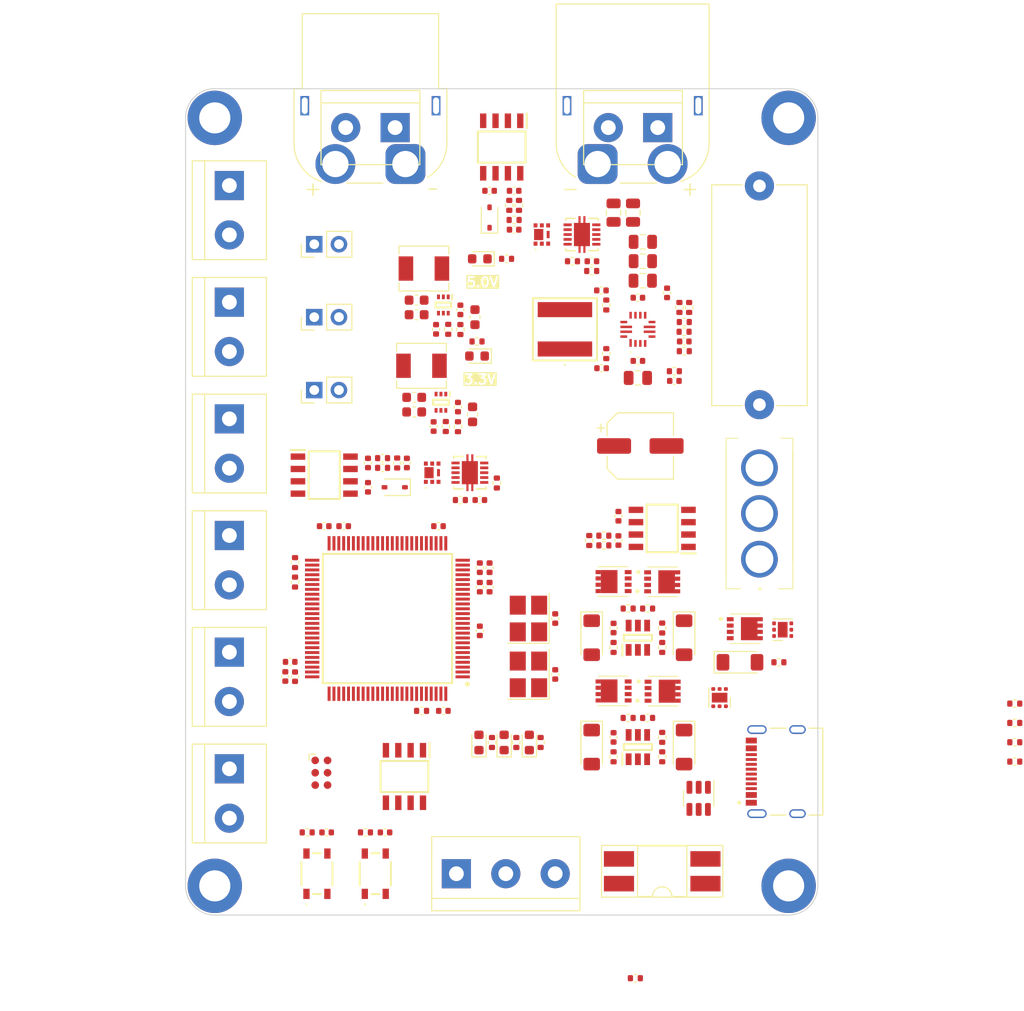
<source format=kicad_pcb>
(kicad_pcb (version 20221018) (generator pcbnew)
  (layers (0 "F.Cu" signal) (1 "In1.Cu" signal) (2 "In2.Cu" signal) (31 "B.Cu" signal) (34 "B.Paste" user) (35 "F.Paste" user) (36 "B.SilkS" user "B.Silkscreen") (37 "F.SilkS" user "F.Silkscreen") (38 "B.Mask" user) (39 "F.Mask" user) (44 "Edge.Cuts" user))
  (net 0 "")
  (net 1 "GND")
  (net 2 "/Power/VBAT_SOURCE")
  (net 3 "/Power/3V65")
  (net 4 "VBAT")
  (net 5 "/Power/12V_SW1")
  (net 6 "/Power/BST12")
  (net 7 "/Power/BST22")
  (net 8 "/Power/12V_SW2")
  (net 9 "/Power/OC")
  (net 10 "+12V")
  (net 11 "/Power/5V_BST")
  (net 12 "/Power/5V_SW")
  (net 13 "/Power/3V3_BST")
  (net 14 "/Power/3V3_SW")
  (net 15 "/Power/5V_LED_K")
  (net 16 "/Power/3V3_LED_K")
  (net 17 "/Power/VDD_VIN+")
  (net 18 "+5V")
  (net 19 "+3V3")
  (net 20 "/Power/12V_VIN+")
  (net 21 "/Power/12V_VIN-")
  (net 22 "/Power/RP_PMOS_G")
  (net 23 "/Power/VDD_VIN-")
  (net 24 "VBUS")
  (net 25 "VBAT_RAW")
  (net 26 "/Power/3V3_FB")
  (net 27 "NRST")
  (net 28 "/Control/CC2")
  (net 29 "USB_DN")
  (net 30 "USB_DP")
  (net 31 "SWDIO")
  (net 32 "SWCLK")
  (net 33 "/Control/CC1")
  (net 34 "CAN_RX")
  (net 35 "CAN_TX")
  (net 36 "SWO")
  (net 37 "SCL")
  (net 38 "SDA")
  (net 39 "/Control/CANL")
  (net 40 "/Control/CANH")
  (net 41 "SILENT")
  (net 42 "/Power/5V_FB")
  (net 44 "ALT")
  (net 45 "/Power/12V_FB")
  (net 46 "/Power/BST21")
  (net 47 "/Power/BST11")
  (net 51 "/Power/12V_OUT")
  (net 52 "+3.3V")
  (net 53 "/Power/12V_FB_MID")
  (net 57 "/Control/VCAP")
  (net 65 "/Control/VREF+")
  (net 66 "BTN")
  (net 67 "/Control/LEDR_K")
  (net 68 "LEDR")
  (net 91 "/Control/LEDG_K")
  (net 120 "BOOT0")
  (net 130 "VDD")
  (net 131 "OSC32K")
  (net 132 "OSC25M")
  (net 133 "/Control/CAN_SW")
  (net 136 "LEDG")
  (net 137 "/Control/LEDB_K")
  (net 138 "LEDB")
  (net 139 "12V_EN")
  (net 140 "/Power/VBUS_SOURCE")
  (net 141 "/Power/VBAT_SHDN_A")
  (net 142 "/Power/VBAT_SHDN_K")
  (net 143 "/Power/VBUS_SHDN_A")
  (net 144 "/Power/VBUS_SHDN_K")
  (net 145 "/Power/VBAT_FUSED")
  (net 146 "/Power/VBAT_COMP_OUT")
  (net 147 "/Power/VBAT_COMP-")
  (net 148 "/Power/VBUS_COMP_OUT")
  (net 149 "/Power/VBUS_COMP-")
  (net 150 "/Power/VBAT_GATE")
  (net 151 "VIN")
  (net 152 "/Power/VBUS_GATE")
  (net 153 "/Power/VBAT_SWITCHED")
  (net 154 "/Power/VOUT_DV{slash}DT")
  (net 155 "/Power/12V_OUT_DV{slash}DT")
  (net 156 "/Power/VOUT_VIN+")
  (net 157 "/Power/VOUT_VIN-")
  (net 158 "/Power/12V_OUT_D")
  (net 159 "/Power/VOUT_D")
  (net 160 "VOUT")
  (net 161 "/Power/VOUT_G")
  (net 162 "/Power/VOUT_S")
  (net 163 "/Power/12V_OUT_G")
  (net 164 "/Power/12V_OUT_S")
  (net 165 "/Power/VOUT_ILIM")
  (net 166 "VOUT_EN")
  (net 167 "12V_OUT_EN")
  (net 168 "/Power/12V_OUT_ILIM")
  (net 169 "VBAT{slash}11")
  (net 170 "VBUS{slash}11")
  (footprint "MSL Footprints:SOT95P280X145-6N" (layer "F.Cu") (at 156.5 117.725 90)
    (fp_text reference "IC208" hide)
    (fp_text value "TLV1805DBVR" hide)
    (pad "1" smd rect (at -1.25 -0.95 180) (size 0.6 1.2) (layers "F.Cu" "F.Paste" "F.Mask") (net 148 "/Power/VBUS_COMP_OUT"))
    (pad "2" smd rect (at -1.25 0 180) (size 0.6 1.2) (layers "F.Cu" "F.Paste" "F.Mask") (net 1 "GND"))
    (pad "3" smd rect (at -1.25 0.95 180) (size 0.6 1.2) (layers "F.Cu" "F.Paste" "F.Mask") (net 149 "/Power/VBUS_COMP-"))
    (pad "4" smd rect (at 1.25 0.95 180) (size 0.6 1.2) (layers "F.Cu" "F.Paste" "F.Mask") (net 140 "/Power/VBUS_SOURCE"))
    (pad "5" smd rect (at 1.25 0 180) (size 0.6 1.2) (layers "F.Cu" "F.Paste" "F.Mask") (net 144 "/Power/VBUS_SHDN_K"))
    (pad "6" smd rect (at 1.25 -0.95 180) (size 0.6 1.2) (layers "F.Cu" "F.Paste" "F.Mask") (net 140 "/Power/VBUS_SOURCE"))
  )
  (footprint "Resistor_SMD:R_0402_1005Metric" (layer "F.Cu") (at 195.25 117.23)
    (fp_text reference "R312" hide)
    (fp_text value "10k" hide)
    (pad "1" smd roundrect (at -0.51 0) (size 0.54 0.64) (layers "F.Cu" "F.Paste" "F.Mask") (net 24 "VBUS"))
    (pad "2" smd roundrect (at 0.51 0) (size 0.54 0.64) (layers "F.Cu" "F.Paste" "F.Mask") (net 170 "VBUS{slash}11"))
  )
  (footprint "MSL Footprints:SSM6K513NULF" (layer "F.Cu") (at 146.624999 64.999999)
    (fp_text reference "Q207" hide)
    (fp_text value "SSM6K513NU,LF" hide)
    (pad "1" smd rect (at -0.65 0.938) (size 0.4 0.425) (layers "F.Cu" "F.Paste" "F.Mask") (net 158 "/Power/12V_OUT_D"))
    (pad "2" smd rect (at 0 0.938) (size 0.4 0.425) (layers "F.Cu" "F.Paste" "F.Mask") (net 158 "/Power/12V_OUT_D"))
    (pad "3" smd rect (at 0.65 0.938) (size 0.4 0.425) (layers "F.Cu" "F.Paste" "F.Mask") (net 163 "/Power/12V_OUT_G"))
    (pad "4" smd rect (at 0.65 -0.938) (size 0.4 0.425) (layers "F.Cu" "F.Paste" "F.Mask") (net 164 "/Power/12V_OUT_S"))
    (pad "5" smd rect (at 0 -0.938) (size 0.4 0.425) (layers "F.Cu" "F.Paste" "F.Mask") (net 158 "/Power/12V_OUT_D"))
    (pad "6" smd rect (at -0.65 -0.938) (size 0.4 0.425) (layers "F.Cu" "F.Paste" "F.Mask") (net 158 "/Power/12V_OUT_D"))
    (pad "7" smd rect (at -0.325 0) (size 0.95 1.15) (layers "F.Cu" "F.Paste" "F.Mask") (net 158 "/Power/12V_OUT_D"))
    (pad "8" smd rect (at 0.65 0) (size 0.3 0.75) (layers "F.Cu" "F.Paste" "F.Mask") (net 164 "/Power/12V_OUT_S"))
  )
  (footprint "TerminalBlock:TerminalBlock_bornier-2_P5.08mm" (layer "F.Cu") (at 114.5 95.96 -90)
    (fp_text reference "J214" hide)
    (fp_text value "Screw_Terminal_01x02" hide)
    (pad "1" thru_hole rect (at 0 0 270) (size 3 3) (drill 1.52) (layers "*.Cu" "*.Mask") (net 160 "VOUT"))
    (pad "2" thru_hole circle (at 5.08 0 270) (size 3 3) (drill 1.52) (layers "*.Cu" "*.Mask") (net 1 "GND"))
  )
  (footprint "Resistor_SMD:R_0402_1005Metric" (layer "F.Cu") (at 128.49 126.5 180)
    (fp_text reference "R302" hide)
    (fp_text value "10k" hide)
    (pad "1" smd roundrect (at -0.51 0 180) (size 0.54 0.64) (layers "F.Cu" "F.Paste" "F.Mask") (net 66 "BTN"))
    (pad "2" smd roundrect (at 0.51 0 180) (size 0.54 0.64) (layers "F.Cu" "F.Paste" "F.Mask") (net 19 "+3V3"))
  )
  (footprint "Capacitor_SMD:C_0402_1005Metric" (layer "F.Cu") (at 141.25 99.27 90)
    (fp_text reference "C308" hide)
    (fp_text value "1u" hide)
    (pad "1" smd roundrect (at -0.48 0 90) (size 0.56 0.62) (layers "F.Cu" "F.Paste" "F.Mask") (net 19 "+3V3"))
    (pad "2" smd roundrect (at 0.48 0 90) (size 0.56 0.62) (layers "F.Cu" "F.Paste" "F.Mask") (net 1 "GND"))
  )
  (footprint "Capacitor_SMD:C_0603_1608Metric" (layer "F.Cu") (at 133.75 73.25)
    (fp_text reference "C228" hide)
    (fp_text value "22u" hide)
    (pad "1" smd roundrect (at -0.775 0) (size 0.9 0.95) (layers "F.Cu" "F.Paste" "F.Mask") (net 18 "+5V"))
    (pad "2" smd roundrect (at 0.775 0) (size 0.9 0.95) (layers "F.Cu" "F.Paste" "F.Mask") (net 1 "GND"))
  )
  (footprint "MSL Footprints:Toggle_switch" (layer "F.Cu") (at 169 98.398)
    (fp_text reference "SW201" hide)
    (fp_text value "SW_SPDT" hide)
    (pad "1" thru_hole circle (at 0 0) (size 3.781 3.781) (drill 2.8542) (layers "*.Cu" "*.Mask") (net 153 "/Power/VBAT_SWITCHED"))
    (pad "2" thru_hole circle (at 0 -4.699) (size 3.781 3.781) (drill 2.8542) (layers "*.Cu" "*.Mask") (net 145 "/Power/VBAT_FUSED"))
    (pad "3" thru_hole circle (at 0 -9.398) (size 3.781 3.781) (drill 2.8542) (layers "*.Cu" "*.Mask"))
  )
  (footprint "TerminalBlock:TerminalBlock_bornier-2_P5.08mm" (layer "F.Cu") (at 131.54 54 180)
    (fp_text reference "J215" hide)
    (fp_text value "Screw_Terminal_01x02" hide)
    (pad "1" thru_hole rect (at 0 0 180) (size 3 3) (drill 1.52) (layers "*.Cu" "*.Mask") (net 1 "GND"))
    (pad "2" thru_hole circle (at 5.08 0 180) (size 3 3) (drill 1.52) (layers "*.Cu" "*.Mask") (net 51 "/Power/12V_OUT"))
  )
  (footprint "TerminalBlock:TerminalBlock_bornier-2_P5.08mm" (layer "F.Cu") (at 158.54 54 180)
    (fp_text reference "J204" hide)
    (fp_text value "Screw_Terminal_01x02")
    (pad "1" thru_hole rect (at 0 0 180) (size 3 3) (drill 1.52) (layers "*.Cu" "*.Mask") (net 25 "VBAT_RAW"))
    (pad "2" thru_hole circle (at 5.08 0 180) (size 3 3) (drill 1.52) (layers "*.Cu" "*.Mask") (net 1 "GND"))
  )
  (footprint "MSL Footprints:AMASS_XT60PW-F_1x02_P7.20mm_Horizontal" (layer "F.Cu") (at 132.6 57.75)
    (fp_text reference "J201" hide)
    (fp_text value "XT60PW-F" hide)
    (fp_text user "+" (at -9.5 2.5) (layer "F.SilkS") (effects (font (size 1.5 1.5))))
    (fp_text user "-" (at 2.8 2.5) (layer "F.SilkS"))
    (pad "" thru_hole rect (at -10.35 -6) (size 0.9 2) (drill oval 0.6 1.7) (layers "*.Cu" "*.Mask"))
    (pad "" thru_hole rect (at 3.15 -6) (size 0.9 2) (drill oval 0.6 1.7) (layers "*.Cu" "*.Mask"))
    (pad "1" thru_hole roundrect (at 0 0) (size 4.1 4.1) (drill 2.7) (layers "*.Cu" "*.Mask") (net 1 "GND"))
    (pad "2" thru_hole circle (at -7.2 0) (size 4.1 4.1) (drill 2.7) (layers "*.Cu" "*.Mask") (net 51 "/Power/12V_OUT"))
  )
  (footprint "Capacitor_SMD:C_0402_1005Metric" (layer "F.Cu") (at 161.27 76)
    (fp_text reference "C212" hide)
    (fp_text value "10n" hide)
    (pad "1" smd roundrect (at -0.48 0) (size 0.56 0.62) (layers "F.Cu" "F.Paste" "F.Mask") (net 9 "/Power/OC"))
    (pad "2" smd roundrect (at 0.48 0) (size 0.56 0.62) (layers "F.Cu" "F.Paste" "F.Mask") (net 1 "GND"))
  )
  (footprint "Capacitor_SMD:C_0805_2012Metric" (layer "F.Cu") (at 157.01 65.75)
    (fp_text reference "C227" hide)
    (fp_text value "22u" hide)
    (pad "1" smd roundrect (at -0.95 0) (size 1 1.45) (layers "F.Cu" "F.Paste" "F.Mask") (net 10 "+12V"))
    (pad "2" smd roundrect (at 0.95 0) (size 1 1.45) (layers "F.Cu" "F.Paste" "F.Mask") (net 1 "GND"))
  )
  (footprint "Oscillator:Oscillator_SMD_Abracon_ASE-4Pin_3.2x2.5mm_HandSoldering" (layer "F.Cu") (at 145.25 110.25 90)
    (fp_text reference "X302" hide)
    (fp_text value "32.768kHz_Clock" hide)
    (pad "1" smd rect (at -1.375 1.1 90) (size 1.95 1.65) (layers "F.Cu" "F.Paste" "F.Mask"))
    (pad "2" smd rect (at 1.375 1.1 90) (size 1.95 1.65) (layers "F.Cu" "F.Paste" "F.Mask") (net 1 "GND"))
    (pad "3" smd rect (at 1.375 -1.1 90) (size 1.95 1.65) (layers "F.Cu" "F.Paste" "F.Mask") (net 131 "OSC32K"))
    (pad "4" smd rect (at -1.375 -1.1 90) (size 1.95 1.65) (layers "F.Cu" "F.Paste" "F.Mask") (net 19 "+3V3"))
  )
  (footprint "Diode_SMD:D_MiniMELF" (layer "F.Cu") (at 167 109)
    (fp_text reference "D205" hide)
    (fp_text value "ZMM10V" hide)
    (pad "1" smd roundrect (at -1.75 0) (size 1.3 1.7) (layers "F.Cu" "F.Paste" "F.Mask") (roundrect_rratio 0.1923076923) (net 4 "VBAT"))
    (pad "2" smd roundrect (at 1.75 0) (size 1.3 1.7) (layers "F.Cu" "F.Paste" "F.Mask") (roundrect_rratio 0.1923076923) (net 22 "/Power/RP_PMOS_G"))
  )
  (footprint "Connector_PinHeader_2.54mm:PinHeader_1x02_P2.54mm_Vertical" (layer "F.Cu") (at 123.225 81 90)
    (fp_text reference "J209" hide)
    (fp_text value "Conn_01x02_Pin" hide)
    (pad "1" thru_hole rect (at 0 0 90) (size 1.7 1.7) (drill 1) (layers "*.Cu" "*.Mask") (net 18 "+5V"))
    (pad "2" thru_hole oval (at 0 2.54 90) (size 1.7 1.7) (drill 1) (layers "*.Cu" "*.Mask") (net 1 "GND"))
  )
  (footprint "Fuse:Fuseholder_Cylinder-5x20mm_Schurter_0031_8201_Horizontal_Open" (layer "F.Cu") (at 169 60 -90)
    (fp_text reference "F201" hide)
    (fp_text value "10A" hide)
    (pad "" np_thru_hole circle (at 11.25 0 270) (size 2.7 2.7) (drill 2.7) (layers "*.Cu" "*.Mask"))
    (pad "1" thru_hole circle (at 0 0 270) (size 3 3) (drill 1.3) (layers "*.Cu" "*.Mask") (net 25 "VBAT_RAW"))
    (pad "2" thru_hole circle (at 22.5 0 270) (size 3 3) (drill 1.3) (layers "*.Cu" "*.Mask") (net 145 "/Power/VBAT_FUSED"))
  )
  (footprint "Capacitor_SMD:C_0805_2012Metric" (layer "F.Cu") (at 154 62.75 90)
    (fp_text reference "C222" hide)
    (fp_text value "22u" hide)
    (pad "1" smd roundrect (at -0.95 0 90) (size 1 1.45) (layers "F.Cu" "F.Paste" "F.Mask") (net 10 "+12V"))
    (pad "2" smd roundrect (at 0.95 0 90) (size 1 1.45) (layers "F.Cu" "F.Paste" "F.Mask") (net 1 "GND"))
  )
  (footprint "Capacitor_SMD:C_0402_1005Metric" (layer "F.Cu") (at 140.25 105.77 -90)
    (fp_text reference "C313" hide)
    (fp_text value "100n" hide)
    (pad "1" smd roundrect (at -0.48 0 270) (size 0.56 0.62) (layers "F.Cu" "F.Paste" "F.Mask") (net 19 "+3V3"))
    (pad "2" smd roundrect (at 0.48 0 270) (size 0.56 0.62) (layers "F.Cu" "F.Paste" "F.Mask") (net 1 "GND"))
  )
  (footprint "Capacitor_SMD:C_0402_1005Metric" (layer "F.Cu") (at 135.75 74.75 -90)
    (fp_text reference "C219" hide)
    (fp_text value "100n" hide)
    (pad "1" smd roundrect (at -0.48 0 270) (size 0.56 0.62) (layers "F.Cu" "F.Paste" "F.Mask") (net 11 "/Power/5V_BST"))
    (pad "2" smd roundrect (at 0.48 0 270) (size 0.56 0.62) (layers "F.Cu" "F.Paste" "F.Mask") (net 12 "/Power/5V_SW"))
  )
  (footprint "LED_SMD:LED_0603_1608Metric" (layer "F.Cu") (at 140.25 67.5 180)
    (fp_text reference "D206" hide)
    (fp_text value "GREEN" hide)
    (pad "1" smd roundrect (at -0.7875 0 180) (size 0.875 0.95) (layers "F.Cu" "F.Paste" "F.Mask") (net 15 "/Power/5V_LED_K"))
    (pad "2" smd roundrect (at 0.7875 0 180) (size 0.875 0.95) (layers "F.Cu" "F.Paste" "F.Mask") (net 18 "+5V"))
  )
  (footprint "Resistor_SMD:R_0402_1005Metric" (layer "F.Cu") (at 131.75 88.5 90)
    (fp_text reference "R237" hide)
    (fp_text value "10m" hide)
    (pad "1" smd roundrect (at -0.51 0 90) (size 0.54 0.64) (layers "F.Cu" "F.Paste" "F.Mask") (net 160 "VOUT"))
    (pad "2" smd roundrect (at 0.51 0 90) (size 0.54 0.64) (layers "F.Cu" "F.Paste" "F.Mask") (net 159 "/Power/VOUT_D"))
  )
  (footprint "Capacitor_SMD:C_0402_1005Metric" (layer "F.Cu") (at 154.5 96.475 90)
    (fp_text reference "C205" hide)
    (fp_text value "100n" hide)
    (pad "1" smd roundrect (at -0.48 0 90) (size 0.56 0.62) (layers "F.Cu" "F.Paste" "F.Mask") (net 17 "/Power/VDD_VIN+"))
    (pad "2" smd roundrect (at 0.48 0 90) (size 0.56 0.62) (layers "F.Cu" "F.Paste" "F.Mask") (net 23 "/Power/VDD_VIN-"))
  )
  (footprint "Resistor_SMD:R_0402_1005Metric" (layer "F.Cu") (at 157.5 103.475 180)
    (fp_text reference "R211" hide)
    (fp_text value "22R" hide)
    (pad "1" smd roundrect (at -0.51 0 180) (size 0.54 0.64) (layers "F.Cu" "F.Paste" "F.Mask") (net 146 "/Power/VBAT_COMP_OUT"))
    (pad "2" smd roundrect (at 0.51 0 180) (size 0.54 0.64) (layers "F.Cu" "F.Paste" "F.Mask") (net 150 "/Power/VBAT_GATE"))
  )
  (footprint "LED_SMD:LED_0603_1608Metric" (layer "F.Cu") (at 140.16 117.25 90)
    (fp_text reference "D301" hide)
    (fp_text value "Red" hide)
    (pad "1" smd roundrect (at -0.7875 0 90) (size 0.875 0.95) (layers "F.Cu" "F.Paste" "F.Mask") (net 67 "/Control/LEDR_K"))
    (pad "2" smd roundrect (at 0.7875 0 90) (size 0.875 0.95) (layers "F.Cu" "F.Paste" "F.Mask") (net 68 "LEDR"))
  )
  (footprint "Package_SON:WSON-6-1EP_2x2mm_P0.65mm_EP1x1.6mm" (layer "F.Cu") (at 171.3875 105.65 180)
    (fp_text reference "U203" hide)
    (fp_text value "TVS1800DRV" hide)
    (pad "1" smd roundrect (at -0.8875 -0.65 180) (size 0.375 0.4) (layers "F.Cu" "F.Paste" "F.Mask") (net 1 "GND"))
    (pad "2" smd roundrect (at -0.8875 0 180) (size 0.375 0.4) (layers "F.Cu" "F.Paste" "F.Mask") (net 1 "GND"))
    (pad "3" smd roundrect (at -0.8875 0.65 180) (size 0.375 0.4) (layers "F.Cu" "F.Paste" "F.Mask") (net 1 "GND"))
    (pad "4" smd roundrect (at 0.8875 0.65 180) (size 0.375 0.4) (layers "F.Cu" "F.Paste" "F.Mask") (net 153 "/Power/VBAT_SWITCHED"))
    (pad "5" smd roundrect (at 0.8875 0 180) (size 0.375 0.4) (layers "F.Cu" "F.Paste" "F.Mask") (net 153 "/Power/VBAT_SWITCHED"))
    (pad "6" smd roundrect (at 0.8875 -0.65 180) (size 0.375 0.4) (layers "F.Cu" "F.Paste" "F.Mask") (net 153 "/Power/VBAT_SWITCHED"))
    (pad "7" smd rect (at 0 0 180) (size 1 1.6) (layers "F.Cu" "F.Mask") (net 1 "GND"))
  )
  (footprint "Package_DIP:DIP-4_W8.89mm_SMDSocket_LongPads" (layer "F.Cu") (at 159 130.5 180)
    (fp_text reference "SW301" hide)
    (fp_text value "SW_DIP_x02" hide)
    (pad "1" smd rect (at -4.445 -1.27 180) (size 3.1 1.6) (layers "F.Cu" "F.Paste" "F.Mask") (net 133 "/Control/CAN_SW"))
    (pad "2" smd rect (at -4.445 1.27 180) (size 3.1 1.6) (layers "F.Cu" "F.Paste" "F.Mask") (net 19 "+3V3"))
    (pad "3" smd rect (at 4.445 1.27 180) (size 3.1 1.6) (layers "F.Cu" "F.Paste" "F.Mask") (net 120 "BOOT0"))
    (pad "4" smd rect (at 4.445 -1.27 180) (size 3.1 1.6) (layers "F.Cu" "F.Paste" "F.Mask") (net 40 "/Control/CANH"))
  )
  (footprint "Resistor_SMD:R_0402_1005Metric" (layer "F.Cu") (at 146.5 117.25 -90)
    (fp_text reference "R309" hide)
    (fp_text value "1k5" hide)
    (pad "1" smd roundrect (at -0.51 0 270) (size 0.54 0.64) (layers "F.Cu" "F.Paste" "F.Mask") (net 1 "GND"))
    (pad "2" smd roundrect (at 0.51 0 270) (size 0.54 0.64) (layers "F.Cu" "F.Paste" "F.Mask") (net 137 "/Control/LEDB_K"))
  )
  (footprint "TerminalBlock:TerminalBlock_bornier-2_P5.08mm" (layer "F.Cu") (at 114.5 107.96 -90)
    (fp_text reference "J211" hide)
    (fp_text value "Screw_Terminal_01x02" hide)
    (pad "1" thru_hole rect (at 0 0 270) (size 3 3) (drill 1.52) (layers "*.Cu" "*.Mask") (net 160 "VOUT"))
    (pad "2" thru_hole circle (at 5.08 0 270) (size 3 3) (drill 1.52) (layers "*.Cu" "*.Mask") (net 1 "GND"))
  )
  (footprint "Inductor_SMD:L_Chilisin_BMRA00040420" (layer "F.Cu") (at 134.5 68.5 180)
    (fp_text reference "L202" hide)
    (fp_text value "4u7" hide)
    (pad "1" smd rect (at -1.85 0 180) (size 1.5 2.5) (layers "F.Cu" "F.Paste" "F.Mask") (net 12 "/Power/5V_SW"))
    (pad "2" smd rect (at 1.85 0 180) (size 1.5 2.5) (layers "F.Cu" "F.Paste" "F.Mask") (net 18 "+5V"))
  )
  (footprint "TerminalBlock:TerminalBlock_bornier-2_P5.08mm" (layer "F.Cu") (at 114.5 83.96 -90)
    (fp_text reference "J207" hide)
    (fp_text value "Screw_Terminal_01x02" hide)
    (pad "1" thru_hole rect (at 0 0 270) (size 3 3) (drill 1.52) (layers "*.Cu" "*.Mask") (net 160 "VOUT"))
    (pad "2" thru_hole circle (at 5.08 0 270) (size 3 3) (drill 1.52) (layers "*.Cu" "*.Mask") (net 1 "GND"))
  )
  (footprint "Resistor_SMD:R_0402_1005Metric" (layer "F.Cu") (at 138.25 74.77 90)
    (fp_text reference "R225" hide)
    (fp_text value "10k" hide)
    (pad "1" smd roundrect (at -0.51 0 90) (size 0.54 0.64) (layers "F.Cu" "F.Paste" "F.Mask") (net 42 "/Power/5V_FB"))
    (pad "2" smd roundrect (at 0.51 0 90) (size 0.54 0.64) (layers "F.Cu" "F.Paste" "F.Mask") (net 1 "GND"))
  )
  (footprint "Resistor_SMD:R_0402_1005Metric" (layer "F.Cu") (at 143.774999 63.5)
    (fp_text reference "R202" hide)
    (fp_text value "10m" hide)
    (pad "1" smd roundrect (at -0.51 0) (size 0.54 0.64) (layers "F.Cu" "F.Paste" "F.Mask") (net 51 "/Power/12V_OUT"))
    (pad "2" smd roundrect (at 0.51 0) (size 0.54 0.64) (layers "F.Cu" "F.Paste" "F.Mask") (net 158 "/Power/12V_OUT_D"))
  )
  (footprint "MSL Footprints:DMP3013SFV7" (layer "F.Cu") (at 157.545 111.975 -90)
    (fp_text reference "Q202" hide)
    (fp_text value "DMP3013SFV-7" hide)
    (pad "1" smd rect (at -0.975 0 270) (size 0.42 0.7) (layers "F.Cu" "F.Paste" "F.Mask") (net 140 "/Power/VBUS_SOURCE"))
    (pad "2" smd rect (at -0.325 0 270) (size 0.42 0.7) (layers "F.Cu" "F.Paste" "F.Mask") (net 140 "/Power/VBUS_SOURCE"))
    (pad "3" smd rect (at 0.325 0 270) (size 0.42 0.7) (layers "F.Cu" "F.Paste" "F.Mask") (net 140 "/Power/VBUS_SOURCE"))
    (pad "4" smd rect (at 0.975 0 270) (size 0.42 0.7) (layers "F.Cu" "F.Paste" "F.Mask") (net 152 "/Power/VBUS_GATE"))
    (pad "5" smd rect (at 0.975 -3.08 270) (size 0.42 0.54) (layers "F.Cu" "F.Paste" "F.Mask") (net 24 "VBUS"))
    (pad "6" smd rect (at 0.325 -3.08 270) (size 0.42 0.54) (layers "F.Cu" "F.Paste" "F.Mask") (net 24 "VBUS"))
    (pad "7" smd rect (at -0.325 -3.08 270) (size 0.42 0.54) (layers "F.Cu" "F.Paste" "F.Mask") (net 24 "VBUS"))
    (pad "8" smd rect (at -0.975 -3.08 270) (size 0.42 0.54) (layers "F.Cu" "F.Paste" "F.Mask") (net 24 "VBUS"))
    (pad "9" smd rect (at 0 -1.955) (size 1.71 2.37) (layers "F.Cu" "F.Paste" "F.Mask") (net 24 "VBUS"))
  )
  (footprint "Resistor_SMD:R_0402_1005Metric" (layer "F.Cu") (at 153 96.975)
    (fp_text reference "R213" hide)
    (fp_text value "22R" hide)
    (pad "1" smd roundrect (at -0.51 0) (size 0.54 0.64) (layers "F.Cu" "F.Paste" "F.Mask") (net 151 "VIN"))
    (pad "2" smd roundrect (at 0.51 0) (size 0.54 0.64) (layers "F.Cu" "F.Paste" "F.Mask") (net 17 "/Power/VDD_VIN+"))
  )
  (footprint "Capacitor_SMD:C_0402_1005Metric" (layer "F.Cu") (at 138.25 72.75 -90)
    (fp_text reference "C215" hide)
    (fp_text value "100n" hide)
    (pad "1" smd roundrect (at -0.48 0 270) (size 0.56 0.62) (layers "F.Cu" "F.Paste" "F.Mask") (net 130 "VDD"))
    (pad "2" smd roundrect (at 0.48 0 270) (size 0.56 0.62) (layers "F.Cu" "F.Paste" "F.Mask") (net 1 "GND"))
  )
  (footprint "TerminalBlock:TerminalBlock_bornier-2_P5.08mm" (layer "F.Cu") (at 114.5 59.96 -90)
    (fp_text reference "J213" hide)
    (fp_text value "Screw_Terminal_01x02" hide)
    (pad "1" thru_hole rect (at 0 0 270) (size 3 3) (drill 1.52) (layers "*.Cu" "*.Mask") (net 160 "VOUT"))
    (pad "2" thru_hole circle (at 5.08 0 270) (size 3 3) (drill 1.52) (layers "*.Cu" "*.Mask") (net 1 "GND"))
  )
  (footprint "Capacitor_SMD:C_0805_2012Metric" (layer "F.Cu") (at 157 69.75)
    (fp_text reference "C223" hide)
    (fp_text value "22u" hide)
    (pad "1" smd roundrect (at -0.95 0) (size 1 1.45) (layers "F.Cu" "F.Paste" "F.Mask") (net 10 "+12V"))
    (pad "2" smd roundrect (at 0.95 0) (size 1 1.45) (layers "F.Cu" "F.Paste" "F.Mask") (net 1 "GND"))
  )
  (footprint "Capacitor_SMD:C_0402_1005Metric" (layer "F.Cu") (at 143.774999 60.5 180)
    (fp_text reference "C201" hide)
    (fp_text value "100n" hide)
    (pad "1" smd roundrect (at -0.48 0 180) (size 0.56 0.62) (layers "F.Cu" "F.Paste" "F.Mask") (net 20 "/Power/12V_VIN+"))
    (pad "2" smd roundrect (at 0.48 0 180) (size 0.56 0.62) (layers "F.Cu" "F.Paste" "F.Mask") (net 21 "/Power/12V_VIN-"))
  )
  (footprint "Resistor_SMD:R_0402_1005Metric" (layer "F.Cu") (at 160.25 79.06 180)
    (fp_text reference "R217" hide)
    (fp_text value "100k" hide)
    (pad "1" smd roundrect (at -0.51 0 180) (size 0.54 0.64) (layers "F.Cu" "F.Paste" "F.Mask") (net 130 "VDD"))
    (pad "2" smd roundrect (at 0.51 0 180) (size 0.54 0.64) (layers "F.Cu" "F.Paste" "F.Mask") (net 139 "12V_EN"))
  )
  (footprint "Capacitor_SMD:C_0402_1005Metric" (layer "F.Cu") (at 154 116.725 90)
    (fp_text reference "C231" hide)
    (fp_text value "1u" hide)
    (pad "1" smd roundrect (at -0.48 0 90) (size 0.56 0.62) (layers "F.Cu" "F.Paste" "F.Mask") (net 140 "/Power/VBUS_SOURCE"))
    (pad "2" smd roundrect (at 0.48 0 90) (size 0.56 0.62) (layers "F.Cu" "F.Paste" "F.Mask") (net 1 "GND"))
  )
  (footprint "Resistor_SMD:R_0402_1005Metric" (layer "F.Cu") (at 159 118.725 -90)
    (fp_text reference "R231" hide)
    (fp_text value "4k7" hide)
    (pad "1" smd roundrect (at -0.51 0 270) (size 0.54 0.64) (layers "F.Cu" "F.Paste" "F.Mask") (net 143 "/Power/VBUS_SHDN_A"))
    (pad "2" smd roundrect (at 0.51 0 270) (size 0.54 0.64) (layers "F.Cu" "F.Paste" "F.Mask") (net 1 "GND"))
  )
  (footprint "Resistor_SMD:R_0402_1005Metric" (layer "F.Cu") (at 161.27 77 180)
    (fp_text reference "R216" hide)
    (fp_text value "10k" hide)
    (pad "1" smd roundrect (at -0.51 0 180) (size 0.54 0.64) (layers "F.Cu" "F.Paste" "F.Mask") (net 52 "+3.3V"))
    (pad "2" smd roundrect (at 0.51 0 180) (size 0.54 0.64) (layers "F.Cu" "F.Paste" "F.Mask") (net 44 "ALT"))
  )
  (footprint "Capacitor_SMD:C_0402_1005Metric" (layer "F.Cu") (at 152.75 70.75 180)
    (fp_text reference "C218" hide)
    (fp_text value "100n" hide)
    (pad "1" smd roundrect (at -0.48 0 180) (size 0.56 0.62) (layers "F.Cu" "F.Paste" "F.Mask") (net 7 "/Power/BST22"))
    (pad "2" smd roundrect (at 0.48 0 180) (size 0.56 0.62) (layers "F.Cu" "F.Paste" "F.Mask") (net 8 "/Power/12V_SW2"))
  )
  (footprint "TerminalBlock:TerminalBlock_bornier-2_P5.08mm" (layer "F.Cu") (at 114.5 119.96 -90)
    (fp_text reference "J208" hide)
    (fp_text value "Screw_Terminal_01x02" hide)
    (pad "1" thru_hole rect (at 0 0 270) (size 3 3) (drill 1.52) (layers "*.Cu" "*.Mask") (net 160 "VOUT"))
    (pad "2" thru_hole circle (at 5.08 0 270) (size 3 3) (drill 1.52) (layers "*.Cu" "*.Mask") (net 1 "GND"))
  )
  (footprint "Capacitor_SMD:C_0603_1608Metric" (layer "F.Cu") (at 139.5 83.5 -90)
    (fp_text reference "C214" hide)
    (fp_text value "22u" hide)
    (pad "1" smd roundrect (at -0.775 0 270) (size 0.9 0.95) (layers "F.Cu" "F.Paste" "F.Mask") (net 130 "VDD"))
    (pad "2" smd roundrect (at 0.775 0 270) (size 0.9 0.95) (layers "F.Cu" "F.Paste" "F.Mask") (net 1 "GND"))
  )
  (footprint "Capacitor_SMD:C_0402_1005Metric" (layer "F.Cu") (at 154.5 93.975 90)
    (fp_text reference "C206" hide)
    (fp_text value "100n" hide)
    (pad "1" smd roundrect (at -0.48 0 90) (size 0.56 0.62) (layers "F.Cu" "F.Paste" "F.Mask") (net 1 "GND"))
    (pad "2" smd roundrect (at 0.48 0 90) (size 0.56 0.62) (layers "F.Cu" "F.Paste" "F.Mask") (net 19 "+3V3"))
  )
  (footprint "Resistor_SMD:R_0402_1005Metric" (layer "F.Cu") (at 149.774999 67.749999)
    (fp_text reference "R212" hide)
    (fp_text value "33k" hide)
    (pad "1" smd roundrect (at -0.51 0) (size 0.54 0.64) (layers "F.Cu" "F.Paste" "F.Mask") (net 168 "/Power/12V_OUT_ILIM"))
    (pad "2" smd roundrect (at 0.51 0) (size 0.54 0.64) (layers "F.Cu" "F.Paste" "F.Mask") (net 1 "GND"))
  )
  (footprint "Package_SON:WSON-6-1EP_2x2mm_P0.65mm_EP1x1.6mm" (layer "F.Cu") (at 164.9 112.6375 -90)
    (fp_text reference "U303" hide)
    (fp_text value "TVS1800DRV" hide)
    (pad "1" smd roundrect (at -0.8875 -0.65 270) (size 0.375 0.4) (layers "F.Cu" "F.Paste" "F.Mask") (net 1 "GND"))
    (pad "2" smd roundrect (at -0.8875 0 270) (size 0.375 0.4) (layers "F.Cu" "F.Paste" "F.Mask") (net 1 "GND"))
    (pad "3" smd roundrect (at -0.8875 0.65 270) (size 0.375 0.4) (layers "F.Cu" "F.Paste" "F.Mask") (net 1 "GND"))
    (pad "4" smd roundrect (at 0.8875 0.65 270) (size 0.375 0.4) (layers "F.Cu" "F.Paste" "F.Mask") (net 24 "VBUS"))
    (pad "5" smd roundrect (at 0.8875 0 270) (size 0.375 0.4) (layers "F.Cu" "F.Paste" "F.Mask") (net 24 "VBUS"))
    (pad "6" smd roundrect (at 0.8875 -0.65 270) (size 0.375 0.4) (layers "F.Cu" "F.Paste" "F.Mask") (net 24 "VBUS"))
    (pad "7" smd rect (at 0 0 270) (size 1 1.6) (layers "F.Cu" "F.Mask") (net 1 "GND"))
  )
  (footprint "Capacitor_SMD:C_0603_1608Metric" (layer "F.Cu") (at 133.75 71.75)
    (fp_text reference "C224" hide)
    (fp_text value "22u" hide)
    (pad "1" smd roundrect (at -0.775 0) (size 0.9 0.95) (layers "F.Cu" "F.Paste" "F.Mask") (net 18 "+5V"))
    (pad "2" smd roundrect (at 0.775 0) (size 0.9 0.95) (layers "F.Cu" "F.Paste" "F.Mask") (net 1 "GND"))
  )
  (footprint "Resistor_SMD:R_0402_1005Metric" (layer "F.Cu") (at 121.25 98.75 -90)
    (fp_text reference "R305" hide)
    (fp_text value "2k2" hide)
    (pad "1" smd roundrect (at -0.51 0 270) (size 0.54 0.64) (layers "F.Cu" "F.Paste" "F.Mask") (net 19 "+3V3"))
    (pad "2" smd roundrect (at 0.51 0 270) (size 0.54 0.64) (layers "F.Cu" "F.Paste" "F.Mask") (net 37 "SCL"))
  )
  (footprint "MSL Footprints:WSON10B_TOS" (layer "F.Cu") (at 150.75 65 180)
    (fp_text reference "U202" hide)
    (fp_text value "TCKE812NA_RF" hide)
    (fp_poly (pts (xy -0.8255 -1.1938) (xy -0.36 -1.1938) (xy -0.36 -1.8938) (xy -0.14 -1.8938) (xy -0.14 -1.1938) (xy 0.14 -1.1938) (xy 0.14 -1.8938) (xy 0.36 -1.8938) (xy 0.36 -1.1938) (xy 0.8255 -1.1938) (xy 0.8255 1.1938) (xy 0.36 1.1942) (xy 0.36 1.8942) (xy 0.14 1.8942) (xy 0.14 1.1942) (xy -0.14 1.1942) (xy -0.14 1.8942) (xy -0.36 1.8942) (xy -0.36 1.1942) (xy -0.8255 1.1938)) (fill solid) (layer "F.Cu"))
    (pad "1" smd rect (at -1.475001 -1.000001 180) (size 0.8382 0.2794) (layers "F.Cu" "F.Paste" "F.Mask") (net 155 "/Power/12V_OUT_DV{slash}DT"))
    (pad "2" smd rect (at -1.475001 -0.499999 180) (size 0.8382 0.2794) (layers "F.Cu" "F.Paste" "F.Mask") (net 167 "12V_OUT_EN"))
    (pad "3" smd rect (at -1.475001 0 180) (size 0.8382 0.2794) (layers "F.Cu" "F.Paste" "F.Mask") (net 10 "+12V"))
    (pad "4" smd rect (at -1.475001 0.499999 180) (size 0.8382 0.2794) (layers "F.Cu" "F.Paste" "F.Mask") (net 10 "+12V"))
    (pad "5" smd rect (at -1.475001 1.000001 180) (size 0.8382 0.2794) (layers "F.Cu" "F.Paste" "F.Mask") (net 10 "+12V"))
    (pad "6" smd rect (at 1.475001 1.000001 180) (size 0.8382 0.2794) (layers "F.Cu" "F.Paste" "F.Mask") (net 164 "/Power/12V_OUT_S"))
    (pad "7" smd rect (at 1.475001 0.499999 180) (size 0.8382 0.2794) (layers "F.Cu" "F.Paste" "F.Mask") (net 164 "/Power/12V_OUT_S"))
    (pad "8" smd rect (at 1.475001 0 180) (size 0.8382 0.2794) (layers "F.Cu" "F.Paste" "F.Mask") (net 164 "/Power/12V_OUT_S"))
    (pad "9" smd rect (at 1.475001 -0.499999 180) (size 0.8382 0.2794) (layers "F.Cu" "F.Paste" "F.Mask") (net 163 "/Power/12V_OUT_G"))
    (pad "10" smd rect (at 1.475001 -1.000001 180) (size 0.8382 0.2794) (layers "F.Cu" "F.Paste" "F.Mask") (net 168 "/Power/12V_OUT_ILIM"))
    (pad "11" smd rect (at 0 0 180) (size 0.127 0.127) (layers "F.Cu" "F.Paste" "F.Mask") (net 1 "GND"))
  )
  (footprint "MSL Footprints:TS204225WT160SMTTRMSL" (layer "F.Cu") (at 123.5 130.75 90)
    (fp_text reference "S302" hide)
    (fp_text value "TS20-42-25-WT-160-SMT-TR" hide)
    (pad "1" smd rect (at -2.075 -1.075 180) (size 0.65 1.05) (layers "F.Cu" "F.Paste" "F.Mask"))
    (pad "2" smd rect (at 2.075 -1.075 180) (size 0.65 1.05) (layers "F.Cu" "F.Paste" "F.Mask") (net 27 "NRST"))
    (pad "3" smd rect (at -2.075 1.075 180) (size 0.65 1.05) (layers "F.Cu" "F.Paste" "F.Mask") (net 1 "GND"))
    (pad "4" smd rect (at 2.075 1.075 180) (size 0.65 1.05) (layers "F.Cu" "F.Paste" "F.Mask"))
  )
  (footprint "Capacitor_SMD:C_0603_1608Metric" (layer "F.Cu") (at 139.75 73.5 -90)
    (fp_text reference "C213" hide)
    (fp_text value "22u" hide)
    (pad "1" smd roundrect (at -0.775 0 270) (size 0.9 0.95) (layers "F.Cu" "F.Paste" "F.Mask") (net 130 "VDD"))
    (pad "2" smd roundrect (at 0.775 0 270) (size 0.9 0.95) (layers "F.Cu" "F.Paste" "F.Mask") (net 1 "GND"))
  )
  (footprint "Capacitor_SMD:C_0402_1005Metric" (layer "F.Cu") (at 154 105.475 90)
    (fp_text reference "C203" hide)
    (fp_text value "1u" hide)
    (pad "1" smd roundrect (at -0.48 0 90) (size 0.56 0.62) (layers "F.Cu" "F.Paste" "F.Mask") (net 2 "/Power/VBAT_SOURCE"))
    (pad "2" smd roundrect (at 0.48 0 90) (size 0.56 0.62) (layers "F.Cu" "F.Paste" "F.Mask") (net 1 "GND"))
  )
  (footprint "Resistor_SMD:R_0402_1005Metric" (layer "F.Cu") (at 144.274999 62 90)
    (fp_text reference "R201" hide)
    (fp_text value "22R" hide)
    (pad "1" smd roundrect (at -0.51 0 90) (size 0.54 0.64) (layers "F.Cu" "F.Paste" "F.Mask") (net 158 "/Power/12V_OUT_D"))
    (pad "2" smd roundrect (at 0.51 0 90) (size 0.54 0.64) (layers "F.Cu" "F.Paste" "F.Mask") (net 20 "/Power/12V_VIN+"))
  )
  (footprint "MSL Footprints:SOIC127P600X175-8N" (layer "F.Cu") (at 159 95.225 180)
    (fp_text reference "IC204" hide)
    (fp_text value "INA219AIDR" hide)
    (pad "1" smd rect (at -2.7 -1.905 270) (size 0.65 1.5) (layers "F.Cu" "F.Paste" "F.Mask") (net 1 "GND"))
    (pad "2" smd rect (at -2.7 -0.635 270) (size 0.65 1.5) (layers "F.Cu" "F.Paste" "F.Mask") (net 1 "GND"))
    (pad "3" smd rect (at -2.7 0.635 270) (size 0.65 1.5) (layers "F.Cu" "F.Paste" "F.Mask") (net 38 "SDA"))
    (pad "4" smd rect (at -2.7 1.905 270) (size 0.65 1.5) (layers "F.Cu" "F.Paste" "F.Mask") (net 37 "SCL"))
    (pad "5" smd rect (at 2.7 1.905 270) (size 0.65 1.5) (layers "F.Cu" "F.Paste" "F.Mask") (net 19 "+3V3"))
    (pad "6" smd rect (at 2.7 0.635 270) (size 0.65 1.5) (layers "F.Cu" "F.Paste" "F.Mask") (net 1 "GND"))
    (pad "7" smd rect (at 2.7 -0.635 270) (size 0.65 1.5) (layers "F.Cu" "F.Paste" "F.Mask") (net 23 "/Power/VDD_VIN-"))
    (pad "8" smd rect (at 2.7 -1.905 270) (size 0.65 1.5) (layers "F.Cu" "F.Paste" "F.Mask") (net 17 "/Power/VDD_VIN+"))
  )
  (footprint "Capacitor_SMD:C_0402_1005Metric" (layer "F.Cu") (at 140.25 99.27 90)
    (fp_text reference "C307" hide)
    (fp_text value "100n" hide)
    (pad "1" smd roundrect (at -0.48 0 90) (size 0.56 0.62) (layers "F.Cu" "F.Paste" "F.Mask") (net 19 "+3V3"))
    (pad "2" smd roundrect (at 0.48 0 90) (size 0.56 0.62) (layers "F.Cu" "F.Paste" "F.Mask") (net 1 "GND"))
  )
  (footprint "Capacitor_SMD:C_0402_1005Metric" (layer "F.Cu") (at 140.25 92.312001 180)
    (fp_text reference "C204" hide)
    (fp_text value "120p" hide)
    (pad "1" smd roundrect (at -0.48 0 180) (size 0.56 0.62) (layers "F.Cu" "F.Paste" "F.Mask") (net 154 "/Power/VOUT_DV{slash}DT"))
    (pad "2" smd roundrect (at 0.48 0 180) (size 0.56 0.62) (layers "F.Cu" "F.Paste" "F.Mask") (net 1 "GND"))
  )
  (footprint "MSL Footprints:SOIC127P600X175-8N" (layer "F.Cu") (at 132.5 120.75 -90)
    (fp_text reference "IC302" hide)
    (fp_text value "TJA1057GT/3" hide)
    (pad "1" smd rect (at -2.7 -1.905) (size 0.65 1.5) (layers "F.Cu" "F.Paste" "F.Mask") (net 35 "CAN_TX"))
    (pad "2" smd rect (at -2.7 -0.635) (size 0.65 1.5) (layers "F.Cu" "F.Paste" "F.Mask") (net 1 "GND"))
    (pad "3" smd rect (at -2.7 0.635) (size 0.65 1.5) (layers "F.Cu" "F.Paste" "F.Mask") (net 18 "+5V"))
    (pad "4" smd rect (at -2.7 1.905) (size 0.65 1.5) (layers "F.Cu" "F.Paste" "F.Mask") (net 34 "CAN_RX"))
    (pad "5" smd rect (at 2.7 1.905) (size 0.65 1.5) (layers "F.Cu" "F.Paste" "F.Mask") (net 19 "+3V3"))
    (pad "6" smd rect (at 2.7 0.635) (size 0.65 1.5) (layers "F.Cu" "F.Paste" "F.Mask") (net 39 "/Control/CANL"))
    (pad "7" smd rect (at 2.7 -0.635) (size 0.65 1.5) (layers "F.Cu" "F.Paste" "F.Mask") (net 40 "/Control/CANH"))
    (pad "8" smd rect (at 2.7 -1.905) (size 0.65 1.5) (layers "F.Cu" "F.Paste" "F.Mask") (net 41 "SILENT"))
  )
  (footprint "Resistor_SMD:R_0402_1005Metric" (layer "F.Cu") (at 139.9625 76 180)
    (fp_text reference "R229" hide)
    (fp_text value "1k5" hide)
    (pad "1" smd roundrect (at -0.51 0 180) (size 0.54 0.64) (layers "F.Cu" "F.Paste" "F.Mask") (net 16 "/Power/3V3_LED_K"))
    (pad "2" smd roundrect (at 0.51 0 180) (size 0.54 0.64) (layers "F.Cu" "F.Paste" "F.Mask") (net 1 "GND"))
  )
  (footprint "Resistor_SMD:R_0402_1005Metric" (layer "F.Cu") (at 195.25 115.24)
    (fp_text reference "R311" hide)
    (fp_text value "1k" hide)
    (pad "1" smd roundrect (at -0.51 0) (size 0.54 0.64) (layers "F.Cu" "F.Paste" "F.Mask") (net 169 "VBAT{slash}11"))
    (pad "2" smd roundrect (at 0.51 0) (size 0.54 0.64) (layers "F.Cu" "F.Paste" "F.Mask") (net 1 "GND"))
  )
  (footprint "Resistor_SMD:R_0402_1005Metric" (layer "F.Cu") (at 157.5 114.725 180)
    (fp_text reference "R235" hide)
    (fp_text value "22R" hide)
    (pad "1" smd roundrect (at -0.51 0 180) (size 0.54 0.64) (layers "F.Cu" "F.Paste" "F.Mask") (net 148 "/Power/VBUS_COMP_OUT"))
    (pad "2" smd roundrect (at 0.51 0 180) (size 0.54 0.64) (layers "F.Cu" "F.Paste" "F.Mask") (net 152 "/Power/VBUS_GATE"))
  )
  (footprint "Capacitor_SMD:C_0402_1005Metric" (layer "F.Cu") (at 124.25 95)
    (fp_text reference "C311" hide)
    (fp_text value "100n" hide)
    (pad "1" smd roundrect (at -0.48 0) (size 0.56 0.62) (layers "F.Cu" "F.Paste" "F.Mask") (net 19 "+3V3"))
    (pad "2" smd roundrect (at 0.48 0) (size 0.56 0.62) (layers "F.Cu" "F.Paste" "F.Mask") (net 1 "GND"))
  )
  (footprint "Capacitor_SMD:C_0402_1005Metric" (layer "F.Cu") (at 159.5 71 -90)
    (fp_text reference "C211" hide)
    (fp_text value "1u" hide)
    (pad "1" smd roundrect (at -0.48 0 270) (size 0.56 0.62) (layers "F.Cu" "F.Paste" "F.Mask") (net 1 "GND"))
    (pad "2" smd roundrect (at 0.48 0 270) (size 0.56 0.62) (layers "F.Cu" "F.Paste" "F.Mask") (net 3 "/Power/3V65"))
  )
  (footprint "Resistor_SMD:R_0402_1005Metric" (layer "F.Cu") (at 154 118.725 90)
    (fp_text reference "R232" hide)
    (fp_text value "1k" hide)
    (pad "1" smd roundrect (at -0.51 0 90) (size 0.54 0.64) (layers "F.Cu" "F.Paste" "F.Mask") (net 143 "/Power/VBUS_SHDN_A"))
    (pad "2" smd roundrect (at 0.51 0 90) (size 0.54 0.64) (layers "F.Cu" "F.Paste" "F.Mask") (net 144 "/Power/VBUS_SHDN_K"))
  )
  (footprint "TerminalBlock:TerminalBlock_bornier-3_P5.08mm" (layer "F.Cu") (at 137.84 130.75)
    (fp_text reference "J303" hide)
    (fp_text value "Screw_Terminal_01x03" hide)
    (pad "1" thru_hole rect (at 0 0) (size 3 3) (drill 1.52) (layers "*.Cu" "*.Mask") (net 40 "/Control/CANH"))
    (pad "2" thru_hole circle (at 5.08 0) (size 3 3) (drill 1.52) (layers "*.Cu" "*.Mask") (net 1 "GND"))
    (pad "3" thru_hole circle (at 10.16 0) (size 3 3) (drill 1.52) (layers "*.Cu" "*.Mask") (net 39 "/Control/CANL"))
  )
  (footprint "LED_SMD:LED_0603_1608Metric" (layer "F.Cu") (at 139.9625 77.5 180)
    (fp_text reference "D207" hide)
    (fp_text value "GREEN" hide)
    (pad "1" smd roundrect (at -0.7875 0 180) (size 0.875 0.95) (layers "F.Cu" "F.Paste" "F.Mask") (net 16 "/Power/3V3_LED_K"))
    (pad "2" smd roundrect (at 0.7875 0 180) (size 0.875 0.95) (layers "F.Cu" "F.Paste" "F.Mask") (net 52 "+3.3V"))
  )
  (footprint "Capacitor_SMD:C_0402_1005Metric" (layer "F.Cu") (at 136 95)
    (fp_text reference "C310" hide)
    (fp_text value "100n" hide)
    (pad "1" smd roundrect (at -0.48 0) (size 0.56 0.62) (layers "F.Cu" "F.Paste" "F.Mask") (net 19 "+3V3"))
    (pad "2" smd roundrect (at 0.48 0) (size 0.56 0.62) (layers "F.Cu" "F.Paste" "F.Mask") (net 1 "GND"))
  )
  (footprint "Resistor_SMD:R_0402_1005Metric" (layer "F.Cu") (at 143 67.5)
    (fp_text reference "R228" hide)
    (fp_text value "2k2" hide)
    (pad "1" smd roundrect (at -0.51 0) (size 0.54 0.64) (layers "F.Cu" "F.Paste" "F.Mask") (net 15 "/Power/5V_LED_K"))
    (pad "2" smd roundrect (at 0.51 0) (size 0.54 0.64) (layers "F.Cu" "F.Paste" "F.Mask") (net 1 "GND"))
  )
  (footprint "Resistor_SMD:R_0402_1005Metric" (layer "F.Cu") (at 159 105.475 -90)
    (fp_text reference "R230" hide)
    (fp_text value "10k" hide)
    (pad "1" smd roundrect (at -0.51 0 270) (size 0.54 0.64) (layers "F.Cu" "F.Paste" "F.Mask") (net 4 "VBAT"))
    (pad "2" smd roundrect (at 0.51 0 270) (size 0.54 0.64) (layers "F.Cu" "F.Paste" "F.Mask") (net 147 "/Power/VBAT_COMP-"))
  )
  (footprint "Resistor_SMD:R_0402_1005Metric" (layer "F.Cu") (at 159 107.475 -90)
    (fp_text reference "R204" hide)
    (fp_text value "4k7" hide)
    (pad "1" smd roundrect (at -0.51 0 270) (size 0.54 0.64) (layers "F.Cu" "F.Paste" "F.Mask") (net 141 "/Power/VBAT_SHDN_A"))
    (pad "2" smd roundrect (at 0.51 0 270) (size 0.54 0.64) (layers "F.Cu" "F.Paste" "F.Mask") (net 1 "GND"))
  )
  (footprint "Package_TO_SOT_SMD:SOT-23-6" (layer "F.Cu") (at 162.75 123 -90)
    (fp_text reference "U302" hide)
    (fp_text value "USBLC6-4SC6-ES" hide)
    (pad "1" smd roundrect (at -1.1375 -0.95 270) (size 1.325 0.6) (layers "F.Cu" "F.Paste" "F.Mask") (net 33 "/Control/CC1"))
    (pad "2" smd roundrect (at -1.1375 0 270) (size 1.325 0.6) (layers "F.Cu" "F.Paste" "F.Mask") (net 1 "GND"))
    (pad "3" smd roundrect (at -1.1375 0.95 270) (size 1.325 0.6) (layers "F.Cu" "F.Paste" "F.Mask") (net 28 "/Control/CC2"))
    (pad "4" smd roundrect (at 1.1375 0.95 270) (size 1.325 0.6) (layers "F.Cu" "F.Paste" "F.Mask") (net 30 "USB_DP"))
    (pad "5" smd roundrect (at 1.1375 0 270) (size 1.325 0.6) (layers "F.Cu" "F.Paste" "F.Mask") (net 19 "+3V3"))
    (pad "6" smd roundrect (at 1.1375 -0.95 270) (size 1.325 0.6) (layers "F.Cu" "F.Paste" "F.Mask") (net 29 "USB_DN"))
  )
  (footprint "Capacitor_SMD:C_0402_1005Metric" (layer "F.Cu") (at 124.5 126.5)
    (fp_text reference "C304" hide)
    (fp_text value "10n" hide)
    (pad "1" smd roundrect (at -0.48 0) (size 0.56 0.62) (layers "F.Cu" "F.Paste" "F.Mask") (net 27 "NRST"))
    (pad "2" smd roundrect (at 0.48 0) (size 0.56 0.62) (layers "F.Cu" "F.Paste" "F.Mask") (net 1 "GND"))
  )
  (footprint "Capacitor_SMD:CP_Elec_6.3x7.7" (layer "F.Cu") (at 156.75 86.75)
    (fp_text reference "C207" hide)
    (fp_text value "100u" hide)
    (pad "1" smd roundrect (at -2.7 0) (size 3.5 1.6) (layers "F.Cu" "F.Paste" "F.Mask") (roundrect_rratio 0.15625) (net 130 "VDD"))
    (pad "2" smd roundrect (at 2.7 0) (size 3.5 1.6) (layers "F.Cu" "F.Paste" "F.Mask") (roundrect_rratio 0.15625) (net 1 "GND"))
  )
  (footprint "MSL Footprints:SOTFL50P160X60-6N" (layer "F.Cu") (at 136.25 82.25 -90)
    (fp_text reference "IC207" hide)
    (fp_text value "TPS563202DRLR" hide)
    (pad "1" smd rect (at -0.838 -0.5) (size 0.3 0.475) (layers "F.Cu" "F.Paste" "F.Mask") (net 130 "VDD"))
    (pad "2" smd rect (at -0.838 0) (size 0.3 0.475) (layers "F.Cu" "F.Paste" "F.Mask") (net 14 "/Power/3V3_SW"))
    (pad "3" smd rect (at -0.838 0.5) (size 0.3 0.475) (layers "F.Cu" "F.Paste" "F.Mask") (net 1 "GND"))
    (pad "4" smd rect (at 0.838 0.5) (size 0.3 0.475) (layers "F.Cu" "F.Paste" "F.Mask") (net 13 "/Power/3V3_BST"))
    (pad "5" smd rect (at 0.838 0) (size 0.3 0.475) (layers "F.Cu" "F.Paste" "F.Mask") (net 130 "VDD"))
    (pad "6" smd rect (at 0.838 -0.5) (size 0.3 0.475) (layers "F.Cu" "F.Paste" "F.Mask") (net 26 "/Power/3V3_FB"))
  )
  (footprint "Capacitor_SMD:C_0402_1005Metric" (layer "F.Cu") (at 126.25 95 180)
    (fp_text reference "C309" hide)
    (fp_text value "4u7" hide)
    (pad "1" smd roundrect (at -0.48 0 180) (size 0.56 0.62) (layers "F.Cu" "F.Paste" "F.Mask") (net 57 "/Control/VCAP"))
    (pad "2" smd roundrect (at 0.48 0 180) (size 0.56 0.62) (layers "F.Cu" "F.Paste" "F.Mask") (net 1 "GND"))
  )
  (footprint "MSL Footprints:QFP50P1600X1600X160-100N" (layer "F.Cu") (at 130.75 104.5 180)
    (fp_text reference "IC301" hide)
    (fp_text value "STM32U575VGT6" hide)
    (pad "1" smd rect (at -7.738 -6 270) (size 0.3 1.475) (layers "F.Cu" "F.Paste" "F.Mask"))
    (pad "2" smd rect (at -7.738 -5.5 270) (size 0.3 1.475) (layers "F.Cu" "F.Paste" "F.Mask"))
    (pad "3" smd rect (at -7.738 -5 270) (size 0.3 1.475) (layers "F.Cu" "F.Paste" "F.Mask"))
    (pad "4" smd rect (at -7.738 -4.5 270) (size 0.3 1.475) (layers "F.Cu" "F.Paste" "F.Mask"))
    (pad "5" smd rect (at -7.738 -4 270) (size 0.3 1.475) (layers "F.Cu" "F.Paste" "F.Mask"))
    (pad "6" smd rect (at -7.738 -3.5 270) (size 0.3 1.475) (layers "F.Cu" "F.Paste" "F.Mask") (net 19 "+3V3"))
    (pad "7" smd rect (at -7.738 -3 270) (size 0.3 1.475) (layers "F.Cu" "F.Paste" "F.Mask"))
    (pad "8" smd rect (at -7.738 -2.5 270) (size 0.3 1.475) (layers "F.Cu" "F.Paste" "F.Mask") (net 131 "OSC32K"))
    (pad "9" smd rect (at -7.738 -2 270) (size 0.3 1.475) (layers "F.Cu" "F.Paste" "F.Mask"))
    (pad "10" smd rect (at -7.738 -1.5 270) (size 0.3 1.475) (layers "F.Cu" "F.Paste" "F.Mask") (net 1 "GND"))
    (pad "11" smd rect (at -7.738 -1 270) (size 0.3 1.475) (layers "F.Cu" "F.Paste" "F.Mask") (net 19 "+3V3"))
    (pad "12" smd rect (at -7.738 -0.5 270) (size 0.3 1.475) (layers "F.Cu" "F.Paste" "F.Mask") (net 132 "OSC25M"))
    (pad "13" smd rect (at -7.738 0 270) (size 0.3 1.475) (layers "F.Cu" "F.Paste" "F.Mask"))
    (pad "14" smd rect (at -7.738 0.5 270) (size 0.3 1.475) (layers "F.Cu" "F.Paste" "F.Mask") (net 27 "NRST"))
    (pad "15" smd rect (at -7.738 1 270) (size 0.3 1.475) (layers "F.Cu" "F.Paste" "F.Mask"))
    (pad "16" smd rect (at -7.738 1.5 270) (size 0.3 1.475) (layers "F.Cu" "F.Paste" "F.Mask"))
    (pad "17" smd rect (at -7.738 2 270) (size 0.3 1.475) (layers "F.Cu" "F.Paste" "F.Mask"))
    (pad "18" smd rect (at -7.738 2.5 270) (size 0.3 1.475) (layers "F.Cu" "F.Paste" "F.Mask"))
    (pad "19" smd rect (at -7.738 3 270) (size 0.3 1.475) (layers "F.Cu" "F.Paste" "F.Mask") (net 1 "GND"))
    (pad "20" smd rect (at -7.738 3.5 270) (size 0.3 1.475) (layers "F.Cu" "F.Paste" "F.Mask") (net 1 "GND"))
    (pad "21" smd rect (at -7.738 4 270) (size 0.3 1.475) (layers "F.Cu" "F.Paste" "F.Mask") (net 65 "/Control/VREF+"))
    (pad "22" smd rect (at -7.738 4.5 270) (size 0.3 1.475) (layers "F.Cu" "F.Paste" "F.Mask") (net 19 "+3V3"))
    (pad "23" smd rect (at -7.738 5 270) (size 0.3 1.475) (layers "F.Cu" "F.Paste" "F.Mask"))
    (pad "24" smd rect (at -7.738 5.5 270) (size 0.3 1.475) (layers "F.Cu" "F.Paste" "F.Mask"))
    (pad "25" smd rect (at -7.738 6 270) (size 0.3 1.475) (layers "F.Cu" "F.Paste" "F.Mask"))
    (pad "26" smd rect (at -6 7.738 180) (size 0.3 1.475) (layers "F.Cu" "F.Paste" "F.Mask"))
    (pad "27" smd rect (at -5.5 7.738 180) (size 0.3 1.475) (layers "F.Cu" "F.Paste" "F.Mask") (net 1 "GND"))
    (pad "28" smd rect (at -5 7.738 180) (size 0.3 1.475) (layers "F.Cu" "F.Paste" "F.Mask") (net 19 "+3V3"))
    (pad "29" smd rect (at -4.5 7.738 180) (size 0.3 1.475) (layers "F.Cu" "F.Paste" "F.Mask"))
    (pad "30" smd rect (at -4 7.738 180) (size 0.3 1.475) (layers "F.Cu" "F.Paste" "F.Mask"))
    (pad "31" smd rect (at -3.5 7.738 180) (size 0.3 1.475) (layers "F.Cu" "F.Paste" "F.Mask"))
    (pad "32" smd rect (at -3 7.738 180) (size 0.3 1.475) (layers "F.Cu" "F.Paste" "F.Mask"))
    (pad "33" smd rect (at -2.5 7.738 180) (size 0.3 1.475) (layers "F.Cu" "F.Paste" "F.Mask"))
    (pad "34" smd rect (at -2 7.738 180) (size 0.3 1.475) (layers "F.Cu" "F.Paste" "F.Mask"))
    (pad "35" smd rect (at -1.5 7.738 180) (size 0.3 1.475) (layers "F.Cu" "F.Paste" "F.Mask"))
    (pad "36" smd rect (at -1 7.738 180) (size 0.3 1.475) (layers "F.Cu" "F.Paste" "F.Mask"))
    (pad "37" smd rect (at -0.5 7.738 180) (size 0.3 1.475) (layers "F.Cu" "F.Paste" "F.Mask"))
    (pad "38" smd rect (at 0 7.738 180) (size 0.3 1.475) (layers "F.Cu" "F.Paste" "F.Mask"))
    (pad "39" smd rect (at 0.5 7.738 180) (size 0.3 1.475) (layers "F.Cu" "F.Paste" "F.Mask"))
    (pad "40" smd rect (at 1 7.738 180) (size 0.3 1.475) (layers "F.Cu" "F.Paste" "F.Mask"))
    (pad "41" smd rect (at 1.5 7.738 180) (size 0.3 1.475) (layers "F.Cu" "F.Paste" "F.Mask"))
    (pad "42" smd rect (at 2 7.738 180) (size 0.3 1.475) (layers "F.Cu" "F.Paste" "F.Mask"))
    (pad "43" smd rect (at 2.5 7.738 180) (size 0.3 1.475) (layers "F.Cu" "F.Paste" "F.Mask"))
    (pad "44" smd rect (at 3 7.738 180) (size 0.3 1.475) (layers "F.Cu" "F.Paste" "F.Mask"))
    (pad "45" smd rect (at 3.5 7.738 180) (size 0.3 1.475) (layers "F.Cu" "F.Paste" "F.Mask"))
    (pad "46" smd rect (at 4 7.738 180) (size 0.3 1.475) (layers "F.Cu" "F.Paste" "F.Mask"))
    (pad "47" smd rect (at 4.5 7.738 180) (size 0.3 1.475) (layers "F.Cu" "F.Paste" "F.Mask"))
    (pad "48" smd rect (at 5 7.738 180) (size 0.3 1.475) (layers "F.Cu" "F.Paste" "F.Mask") (net 57 "/Control/VCAP"))
    (pad "49" smd rect (at 5.5 7.738 180) (size 0.3 1.475) (layers "F.Cu" "F.Paste" "F.Mask") (net 1 "GND"))
    (pad "50" smd rect (at 6 7.738 180) (size 0.3 1.475) (layers "F.Cu" "F.Paste" "F.Mask") (net 19 "+3V3"))
    (pad "51" smd rect (at 7.738 6 270) (size 0.3 1.475) (layers "F.Cu" "F.Paste" "F.Mask"))
    (pad "52" smd rect (at 7.738 5.5 270) (size 0.3 1.475) (layers "F.Cu" "F.Paste" "F.Mask") (net 37 "SCL"))
    (pad "53" smd rect (at 7.738 5 270) (size 0.3 1.475) (layers "F.Cu" "F.Paste" "F.Mask") (net 38 "SDA"))
    (pad "54" smd rect (at 7.738 4.5 270) (size 0.3 1.475) (layers "F.Cu" "F.Paste" "F.Mask") (net 28 "/Control/CC2"))
    (pad "55" smd rect (at 7.738 4 270) (size 0.3 1.475) (layers "F.Cu" "F.Paste" "F.Mask"))
    (pad "56" smd rect (at 7.738 3.5 270) (size 0.3 1.475) (layers "F.Cu" "F.Paste" "F.Mask"))
    (pad "57" smd rect (at 7.738 3 270) (size 0.3 1.475) (layers "F.Cu" "F.Paste" "F.Mask"))
    (pad "58" smd rect (at 7.738 2.5 270) (size 0.3 1.475) (layers "F.Cu" "F.Paste" "F.Mask"))
    (pad "59" smd rect (at 7.738 2 270) (size 0.3 1.475) (layers "F.Cu" "F.Paste" "F.Mask"))
    (pad "60" smd rect (at 7.738 1.5 270) (size 0.3 1.475) (layers "F.Cu" "F.Paste" "F.Mask"))
    (pad "61" smd rect (at 7.738 1 270) (size 0.3 1.475) (layers "F.Cu" "F.Paste" "F.Mask"))
    (pad "62" smd rect (at 7.738 0.5 270) (size 0.3 1.475) (layers "F.Cu" "F.Paste" "F.Mask"))
    (pad "63" smd rect (at 7.738 0 270) (size 0.3 1.475) (layers "F.Cu" "F.Paste" "F.Mask"))
    (pad "64" smd rect (at 7.738 -0.5 270) (size 0.3 1.475) (layers "F.Cu" "F.Paste" "F.Mask"))
    (pad "65" smd rect (at 7.738 -1 270) (size 0.3 1.475) (layers "F.Cu" "F.Paste" "F.Mask"))
    (pad "66" smd rect (at 7.738 -1.5 270) (size 0.3 1.475) (layers "F.Cu" "F.Paste" "F.Mask"))
    (pad "67" smd rect (at 7.738 -2 270) (size 0.3 1.475) (layers "F.Cu" "F.Paste" "F.Mask"))
    (pad "68" smd rect (at 7.738 -2.5 270) (size 0.3 1.475) (layers "F.Cu" "F.Paste" "F.Mask"))
    (pad "69" smd rect (at 7.738 -3 270) (size 0.3 1.475) (layers "F.Cu" "F.Paste" "F.Mask"))
    (pad "70" smd rect (at 7.738 -3.5 270) (size 0.3 1.475) (layers "F.Cu" "F.Paste" "F.Mask") (net 29 "USB_DN"))
    (pad "71" smd rect (at 7.738 -4 270) (size 0.3 1.475) (layers "F.Cu" "F.Paste" "F.Mask") (net 30 "USB_DP"))
    (pad "72" smd rect (at 7.738 -4.5 270) (size 0.3 1.475) (layers "F.Cu" "F.Paste" "F.Mask") (net 31 "SWDIO"))
    (pad "73" smd rect (at 7.738 -5 270) (size 0.3 1.475) (layers "F.Cu" "F.Paste" "F.Mask") (net 19 "+3V3"))
    (pad "74" smd rect (at 7.738 -5.5 270) (size 0.3 1.475) (layers "F.Cu" "F.Paste" "F.Mask") (net 1 "GND"))
    (pad "75" smd rect (at 7.738 -6 270) (size 0.3 1.475) (layers "F.Cu" "F.Paste" "F.Mask") (net 19 "+3V3"))
    (pad "76" smd rect (at 6 -7.738 180) (size 0.3 1.475) (layers "F.Cu" "F.Paste" "F.Mask") (net 32 "SWCLK"))
    (pad "77" smd rect (at 5.5 -7.738 180) (size 0.3 1.475) (layers "F.Cu" "F.Paste" "F.Mask") (net 33 "/Control/CC1"))
    (pad "78" smd rect (at 5 -7.738 180) (size 0.3 1.475) (layers "F.Cu" "F.Paste" "F.Mask"))
    (pad "79" smd rect (at 4.5 -7.738 180) (size 0.3 1.475) (layers "F.Cu" "F.Paste" "F.Mask"))
    (pad "80" smd rect (at 4 -7.738 180) (size 0.3 1.475) (layers "F.Cu" "F.Paste" "F.Mask"))
    (pad "81" smd rect (at 3.5 -7.738 180) (size 0.3 1.475) (layers "F.Cu" "F.Paste" "F.Mask") (net 34 "CAN_RX"))
    (pad "82" smd rect (at 3 -7.738 180) (size 0.3 1.475) (layers "F.Cu" "F.Paste" "F.Mask") (net 35 "CAN_TX"))
    (pad "83" smd rect (at 2.5 -7.738 180) (size 0.3 1.475) (layers "F.Cu" "F.Paste" "F.Mask"))
    (pad "84" smd rect (at 2 -7.738 180) (size 0.3 1.475) (layers "F.Cu" "F.Paste" "F.Mask"))
    (pad "85" smd rect (at 1.5 -7.738 180) (size 0.3 1.475) (layers "F.Cu" "F.Paste" "F.Mask"))
    (pad "86" smd rect (at 1 -7.738 180) (size 0.3 1.475) (layers "F.Cu" "F.Paste" "F.Mask"))
    (pad "87" smd rect (at 0.5 -7.738 180) (size 0.3 1.475) (layers "F.Cu" "F.Paste" "F.Mask"))
    (pad "88" smd rect (at 0 -7.738 180) (size 0.3 1.475) (layers "F.Cu" "F.Paste" "F.Mask"))
    (pad "89" smd rect (at -0.5 -7.738 180) (size 0.3 1.475) (layers "F.Cu" "F.Paste" "F.Mask") (net 36 "SWO"))
    (pad "90" smd rect (at -1 -7.738 180) (size 0.3 1.475) (layers "F.Cu" "F.Paste" "F.Mask"))
    (pad "91" smd rect (at -1.5 -7.738 180) (size 0.3 1.475) (layers "F.Cu" "F.Paste" "F.Mask"))
    (pad "92" smd rect (at -2 -7.738 180) (size 0.3 1.475) (layers "F.Cu" "F.Paste" "F.Mask"))
    (pad "93" smd rect (at -2.5 -7.738 180) (size 0.3 1.475) (layers "F.Cu" "F.Paste" "F.Mask"))
    (pad "94" smd rect (at -3 -7.738 180) (size 0.3 1.475) (layers "F.Cu" "F.Paste" "F.Mask") (net 120 "BOOT0"))
    (pad "95" smd rect (at -3.5 -7.738 180) (size 0.3 1.475) (layers "F.Cu" "F.Paste" "F.Mask"))
    (pad "96" smd rect (at -4 -7.738 180) (size 0.3 1.475) (layers "F.Cu" "F.Paste" "F.Mask"))
    (pad "97" smd rect (at -4.5 -7.738 180) (size 0.3 1.475) (layers "F.Cu" "F.Paste" "F.Mask"))
    (pad "98" smd rect (at -5 -7.738 180) (size 0.3 1.475) (layers "F.Cu" "F.Paste" "F.Mask"))
    (pad "99" smd rect (at -5.5 -7.738 180) (size 0.3 1.475) (layers "F.Cu" "F.Paste" "F.Mask") (net 1 "GND"))
    (pad "100" smd rect (at -6 -7.738 180) (size 0.3 1.475) (layers "F.Cu" "F.Paste" "F.Mask") (net 19 "+3V3"))
  )
  (footprint "TerminalBlock:TerminalBlock_bornier-2_P5.08mm" (layer "F.Cu") (at 114.5 71.96 -90)
    (fp_text reference "J210" hide)
    (fp_text value "Screw_Terminal_01x02" hide)
    (pad "1" thru_hole rect (at 0 0 270) (size 3 3) (drill 1.52) (layers "*.Cu" "*.Mask") (net 160 "VOUT"))
    (pad "2" thru_hole circle (at 5.08 0 270) (size 3 3) (drill 1.52) (layers "*.Cu" "*.Mask") (net 1 "GND"))
  )
  (footprint "MSL Footprints:SOT95P280X145-6N" (layer "F.Cu") (at 156.5 106.475 90)
    (fp_text reference "IC202" hide)
    (fp_text value "TLV1805DBVR" hide)
    (pad "1" smd rect (at -1.25 -0.95 180) (size 0.6 1.2) (layers "F.Cu" "F.Paste" "F.Mask") (net 146 "/Power/VBAT_COMP_OUT"))
    (pad "2" smd rect (at -1.25 0 180) (size 0.6 1.2) (layers "F.Cu" "F.Paste" "F.Mask") (net 1 "GND"))
    (pad "3" smd rect (at -1.25 0.95 180) (size 0.6 1.2) (layers "F.Cu" "F.Paste" "F.Mask") (net 147 "/Power/VBAT_COMP-"))
    (pad "4" smd rect (at 1.25 0.95 180) (size 0.6 1.2) (layers "F.Cu" "F.Paste" "F.Mask") (net 2 "/Power/VBAT_SOURCE"))
    (pad "5" smd rect (at 1.25 0 180) (size 0.6 1.2) (layers "F.Cu" "F.Paste" "F.Mask") (net 142 "/Power/VBAT_SHDN_K"))
    (pad "6" smd rect (at 1.25 -0.95 180) (size 0.6 1.2) (layers "F.Cu" "F.Paste" "F.Mask") (net 2 "/Power/VBAT_SOURCE"))
  )
  (footprint "Capacitor_SMD:C_0402_1005Metric" (layer "F.Cu") (at 121.25 110.48 90)
    (fp_text reference "C315" hide)
    (fp_text value "100n" hide)
    (pad "1" smd roundrect (at -0.48 0 90) (size 0.56 0.62) (layers "F.Cu" "F.Paste" "F.Mask") (net 19 "+3V3"))
    (pad "2" smd roundrect (at 0.48 0 90) (size 0.56 0.62) (layers "F.Cu" "F.Paste" "F.Mask") (net 1 "GND"))
  )
  (footprint "Resistor_SMD:R_0402_1005Metric" (layer "F.Cu") (at 156.24 141.5)
    (fp_text reference "R301" hide)
    (fp_text value "120R" hide)
    (pad "1" smd roundrect (at -0.51 0) (size 0.54 0.64) (layers "F.Cu" "F.Paste" "F.Mask") (net 39 "/Control/CANL"))
    (pad "2" smd roundrect (at 0.51 0) (size 0.54 0.64) (layers "F.Cu" "F.Paste" "F.Mask") (net 133 "/Control/CAN_SW"))
  )
  (footprint "Capacitor_SMD:C_0402_1005Metric" (layer "F.Cu") (at 135.5 84.75 -90)
    (fp_text reference "C220" hide)
    (fp_text value "100n" hide)
    (pad "1" smd roundrect (at -0.48 0 270) (size 0.56 0.62) (layers "F.Cu" "F.Paste" "F.Mask") (net 13 "/Power/3V3_BST"))
    (pad "2" smd roundrect (at 0.48 0 270) (size 0.56 0.62) (layers "F.Cu" "F.Paste" "F.Mask") (net 14 "/Power/3V3_SW"))
  )
  (footprint "MSL Footprints:TS204225WT160SMTTRMSL" (layer "F.Cu") (at 129.5 130.75 90)
    (fp_text reference "S301" hide)
    (fp_text value "TS20-42-25-WT-160-SMT-TR" hide)
    (pad "1" smd rect (at -2.075 -1.075 180) (size 0.65 1.05) (layers "F.Cu" "F.Paste" "F.Mask"))
    (pad "2" smd rect (at 2.075 -1.075 180) (size 0.65 1.05) (layers "F.Cu" "F.Paste" "F.Mask") (net 66 "BTN"))
    (pad "3" smd rect (at -2.075 1.075 180) (size 0.65 1.05) (layers "F.Cu" "F.Paste" "F.Mask") (net 1 "GND"))
    (pad "4" smd rect (at 2.075 1.075 180) (size 0.65 1.05) (layers "F.Cu" "F.Paste" "F.Mask"))
  )
  (footprint "MountingHole:MountingHole_3.2mm_M3_DIN965_Pad" (layer "F.Cu") (at 113 53)
    (fp_text reference "H101" hide)
    (fp_text value "MountingHole_Pad" hide)
    (pad "1" thru_hole circle (at 0 0) (size 5.6 5.6) (drill 3.2) (layers "*.Cu" "*.Mask") (net 1 "GND"))
  )
  (footprint "MSL Footprints:MPLAL60504R7" (layer "F.Cu") (at 149 74.75 90)
    (fp_text reference "L201" hide)
    (fp_text value "MPL-AL6050-4R7" hide)
    (pad "1" smd rect (at -2.025 0 90) (size 1.55 5.6) (layers "F.Cu" "F.Paste" "F.Mask") (net 5 "/Power/12V_SW1"))
    (pad "2" smd rect (at 2.025 0 90) (size 1.55 5.6) (layers "F.Cu" "F.Paste" "F.Mask") (net 8 "/Power/12V_SW2"))
  )
  (footprint "Resistor_SMD:R_0402_1005Metric" (layer "F.Cu") (at 130.25 88 180)
    (fp_text reference "R236" hide)
    (fp_text value "22R" hide)
    (pad "1" smd roundrect (at -0.51 0 180) (size 0.54 0.64) (layers "F.Cu" "F.Paste" "F.Mask") (net 159 "/Power/VOUT_D"))
    (pad "2" smd roundrect (at 0.51 0 180) (size 0.54 0.64) (layers "F.Cu" "F.Paste" "F.Mask") (net 156 "/Power/VOUT_VIN+"))
  )
  (footprint "MSL Footprints:HRO_TYPE-C-31-M-12" (layer "F.Cu") (at 172.9125 120.25 90)
    (fp_text reference "J302" hide)
    (fp_text value "TYPE-C-31-M-12" hide)
    (pad "" np_thru_hole circle (at -2.89 -3.68 90) (size 0.6 0.6) (drill 0.6) (layers "*.Cu" "*.Mask"))
    (pad "" np_thru_hole circle (at 2.89 -3.68 90) (size 0.6 0.6) (drill 0.6) (layers "*.Cu" "*.Mask"))
    (pad "A1_B12" smd rect (at -3.2 -4.75 90) (size 0.6 1.14) (layers "F.Cu" "F.Paste") (net 1 "GND"))
    (pad "A4_B9" smd rect (at -2.4 -4.75 90) (size 0.6 1.14) (layers "F.Cu" "F.Paste") (net 24 "VBUS"))
    (pad "A5" smd rect (at -1.25 -4.75 90) (size 0.3 1.14) (layers "F.Cu" "F.Paste") (net 33 "/Control/CC1"))
    (pad "A6" smd rect (at -0.25 -4.75 90) (size 0.3 1.14) (layers "F.Cu" "F.Paste") (net 30 "USB_DP"))
    (pad "A7" smd rect (at 0.25 -4.75 90) (size 0.3 1.14) (layers "F.Cu" "F.Paste") (net 29 "USB_DN"))
    (pad "A8" smd rect (at 1.25 -4.75 90) (size 0.3 1.14) (layers "F.Cu" "F.Paste"))
    (pad "B1_A12" smd rect (at 3.2 -4.75 90) (size 0.6 1.14) (layers "F.Cu" "F.Paste") (net 1 "GND"))
    (pad "B4_A9" smd rect (at 2.4 -4.75 90) (size 0.6 1.14) (layers "F.Cu" "F.Paste") (net 24 "VBUS"))
    (pad "B5" smd rect (at 1.75 -4.75 90) (size 0.3 1.14) (layers "F.Cu" "F.Paste") (net 28 "/Control/CC2"))
    (pad "B6" smd rect (at 0.75 -4.75 90) (size 0.3 1.14) (layers "F.Cu" "F.Paste") (net 30 "USB_DP"))
    (pad "B7" smd rect (at -0.75 -4.75 90) (size 0.3 1.14) (layers "F.Cu" "F.Paste") (net 29 "USB_DN"))
    (pad "B8" smd rect (at -1.75 -4.75 90) (size 0.3 1.14) (layers "F.Cu" "F.Paste"))
    (pad "S1" thru_hole oval (at -4.325 -4.17 90) (size 0.9 2) (drill oval 0.6 1.7) (layers "*.Cu" "*.Mask"))
    (pad "S2" thru_hole oval (at 4.325 -4.17 90) (size 0.9 2) (drill oval 0.6 1.7) (layers "*.Cu" "*.Mask"))
    (pad "S3" thru_hole oval (at -4.325 0 90) (size 0.9 1.7) (drill oval 0.6 1.4) (layers "*.Cu" "*.Mask"))
    (pad "S4" thru_hole oval (at 4.325 0 90) (size 0.9 1.7) (drill oval 0.6 1.4) (layers "*.Cu" "*.Mask"))
  )
  (footprint "Resistor_SMD:R_0402_1005Metric" (layer "F.Cu") (at 195.25 113.25)
    (fp_text reference "R310" hide)
    (fp_text value "10k" hide)
    (pad "1" smd roundrect (at -0.51 0) (size 0.54 0.64) (layers "F.Cu" "F.Paste" "F.Mask") (net 4 "VBAT"))
    (pad "2" smd roundrect (at 0.51 0) (size 0.54 0.64) (layers "F.Cu" "F.Paste" "F.Mask") (net 169 "VBAT{slash}11"))
  )
  (footprint "Oscillator:Oscillator_SMD_Abracon_ASE-4Pin_3.2x2.5mm_HandSoldering" (layer "F.Cu") (at 145.25 104.5 90)
    (fp_text reference "X301" hide)
    (fp_text value "25MHz_Clock" hide)
    (pad "1" smd rect (at -1.375 1.1 90) (size 1.95 1.65) (layers "F.Cu" "F.Paste" "F.Mask"))
    (pad "2" smd rect (at 1.375 1.1 90) (size 1.95 1.65) (layers "F.Cu" "F.Paste" "F.Mask") (net 1 "GND"))
    (pad "3" smd rect (at 1.375 -1.1 90) (size 1.95 1.65) (layers "F.Cu" "F.Paste" "F.Mask") (net 132 "OSC25M"))
    (pad "4" smd rect (at -1.375 -1.1 90) (size 1.95 1.65) (layers "F.Cu" "F.Paste" "F.Mask") (net 19 "+3V3"))
  )
  (footprint "Resistor_SMD:R_0402_1005Metric" (layer "F.Cu") (at 155.5 103.475)
    (fp_text reference "R208" hide)
    (fp_text value "100k" hide)
    (pad "1" smd roundrect (at -0.51 0) (size 0.54 0.64) (layers "F.Cu" "F.Paste" "F.Mask") (net 2 "/Power/VBAT_SOURCE"))
    (pad "2" smd roundrect (at 0.51 0) (size 0.54 0.64) (layers "F.Cu" "F.Paste" "F.Mask") (net 150 "/Power/VBAT_GATE"))
  )
  (footprint "MSL Footprints:WSON10B_TOS" (layer "F.Cu") (at 139.225001 89.5 180)
    (fp_text reference "U201" hide)
    (fp_text value "TCKE800NA_RF" hide)
    (fp_poly (pts (xy -0.8255 -1.1938) (xy -0.36 -1.1938) (xy -0.36 -1.8938) (xy -0.14 -1.8938) (xy -0.14 -1.1938) (xy 0.14 -1.1938) (xy 0.14 -1.8938) (xy 0.36 -1.8938) (xy 0.36 -1.1938) (xy 0.8255 -1.1938) (xy 0.8255 1.1938) (xy 0.36 1.1942) (xy 0.36 1.8942) (xy 0.14 1.8942) (xy 0.14 1.1942) (xy -0.14 1.1942) (xy -0.14 1.8942) (xy -0.36 1.8942) (xy -0.36 1.1942) (xy -0.8255 1.1938)) (fill solid) (layer "F.Cu"))
    (pad "1" smd rect (at -1.475001 -1.000001 180) (size 0.8382 0.2794) (layers "F.Cu" "F.Paste" "F.Mask") (net 154 "/Power/VOUT_DV{slash}DT"))
    (pad "2" smd rect (at -1.475001 -0.499999 180) (size 0.8382 0.2794) (layers "F.Cu" "F.Paste" "F.Mask") (net 166 "VOUT_EN"))
    (pad "3" smd rect (at -1.475001 0 180) (size 0.8382 0.2794) (layers "F.Cu" "F.Paste" "F.Mask") (net 130 "VDD"))
    (pad "4" smd rect (at -1.475001 0.499999 180) (size 0.8382 0.2794) (layers "F.Cu" "F.Paste" "F.Mask") (net 130 "VDD"))
    (pad "5" smd rect (at -1.475001 1.000001 180) (size 0.8382 0.2794) (layers "F.Cu" "F.Paste" "F.Mask") (net 130 "VDD"))
    (pad "6" smd rect (at 1.475001 1.000001 180) (size 0.8382 0.2794) (layers "F.Cu" "F.Paste" "F.Mask") (net 162 "/Power/VOUT_S"))
    (pad "7" smd rect (at 1.475001 0.499999 180) (size 0.8382 0.2794) (layers "F.Cu" "F.Paste" "F.Mask") (net 162 "/Power/VOUT_S"))
    (pad "8" smd rect (at 1.475001 0 180) (size 0.8382 0.2794) (layers "F.Cu" "F.Paste" "F.Mask") (net 162 "/Power/VOUT_S"))
    (pad "9" smd rect (at 1.475001 -0.499999 180) (size 0.8382 0.2794) (layers "F.Cu" "F.Paste" "F.Mask") (net 161 "/Power/VOUT_G"))
    (pad "10" smd rect (at 1.475001 -1.000001 180) (size 0.8382 0.2794) (layers "F.Cu" "F.Paste" "F.Mask") (net 165 "/Power/VOUT_ILIM"))
    (pad "11" smd rect (at 0 0 180) (size 0.127 0.127) (layers "F.Cu" "F.Paste" "F.Mask") (net 1 "GND"))
  )
  (footprint "Capacitor_SMD:C_0603_1608Metric" (layer "F.Cu") (at 133.5 81.75)
    (fp_text reference "C229" hide)
    (fp_text value "22u" hide)
    (pad "1" smd roundrect (at -0.775 0) (size 0.9 0.95) (layers "F.Cu" "F.Paste" "F.Mask") (net 52 "+3.3V"))
    (pad "2" smd roundrect (at 0.775 0) (size 0.9 0.95) (layers "F.Cu" "F.Paste" "F.Mask") (net 1 "GND"))
  )
  (footprint "Connector_PinHeader_2.54mm:PinHeader_1x02_P2.54mm_Vertical" (layer "F.Cu") (at 123.225 73.5 90)
    (fp_text reference "J206" hide)
    (fp_text value "Conn_01x02_Pin" hide)
    (pad "1" thru_hole rect (at 0 0 90) (size 1.7 1.7) (drill 1) (layers "*.Cu" "*.Mask") (net 18 "+5V"))
    (pad "2" thru_hole oval (at 0 2.54 90) (size 1.7 1.7) (drill 1) (layers "*.Cu" "*.Mask") (net 1 "GND"))
  )
  (footprint "Resistor_SMD:R_0402_1005Metric" (layer "F.Cu") (at 151.75 68.75 180)
    (fp_text reference "R209" hide)
    (fp_text value "100k" hide)
    (pad "1" smd roundrect (at -0.51 0 180) (size 0.54 0.64) (layers "F.Cu" "F.Paste" "F.Mask") (net 167 "12V_OUT_EN"))
    (pad "2" smd roundrect (at 0.51 0 180) (size 0.54 0.64) (layers "F.Cu" "F.Paste" "F.Mask") (net 1 "GND"))
  )
  (footprint "Resistor_SMD:R_0402_1005Metric" (layer "F.Cu") (at 154 107.475 90)
    (fp_text reference "R206" hide)
    (fp_text value "1k" hide)
    (pad "1" smd roundrect (at -0.51 0 90) (size 0.54 0.64) (layers "F.Cu" "F.Paste" "F.Mask") (net 141 "/Power/VBAT_SHDN_A"))
    (pad "2" smd roundrect (at 0.51 0 90) (size 0.54 0.64) (layers "F.Cu" "F.Paste" "F.Mask") (net 142 "/Power/VBAT_SHDN_K"))
  )
  (footprint "LED_SMD:LED_0603_1608Metric" (layer "F.Cu") (at 145.34 117.25 90)
    (fp_text reference "D303" hide)
    (fp_text value "Blue" hide)
    (pad "1" smd roundrect (at -0.7875 0 90) (size 0.875 0.95) (layers "F.Cu" "F.Paste" "F.Mask") (net 137 "/Control/LEDB_K"))
    (pad "2" smd roundrect (at 0.7875 0 90) (size 0.875 0.95) (layers "F.Cu" "F.Paste" "F.Mask") (net 138 "LEDB"))
  )
  (footprint "MSL Footprints:DMP3013SFV7" (layer "F.Cu") (at 157.5 100.725 -90)
    (fp_text reference "Q203" hide)
    (fp_text value "DMP3013SFV-7" hide)
    (pad "1" smd rect (at -0.975 0 270) (size 0.42 0.7) (layers "F.Cu" "F.Paste" "F.Mask") (net 2 "/Power/VBAT_SOURCE"))
    (pad "2" smd rect (at -0.325 0 270) (size 0.42 0.7) (layers "F.Cu" "F.Paste" "F.Mask") (net 2 "/Power/VBAT_SOURCE"))
    (pad "3" smd rect (at 0.325 0 270) (size 0.42 0.7) (layers "F.Cu" "F.Paste" "F.Mask") (net 2 "/Power/VBAT_SOURCE"))
    (pad "4" smd rect (at 0.975 0 270) (size 0.42 0.7) (layers "F.Cu" "F.Paste" "F.Mask") (net 150 "/Power/VBAT_GATE"))
    (pad "5" smd rect (at 0.975 -3.08 270) (size 0.42 0.54) (layers "F.Cu" "F.Paste" "F.Mask") (net 4 "VBAT"))
    (pad "6" smd rect (at 0.325 -3.08 270) (size 0.42 0.54) (layers "F.Cu" "F.Paste" "F.Mask") (net 4 "VBAT"))
    (pad "7" smd rect (at -0.325 -3.08 270) (size 0.42 0.54) (layers "F.Cu" "F.Paste" "F.Mask") (net 4 "VBAT"))
    (pad "8" smd rect (at -0.975 -3.08 270) (size 0.42 0.54) (layers "F.Cu" "F.Paste" "F.Mask") (net 4 "VBAT"))
    (pad "9" smd rect (at 0 -1.955) (size 1.71 2.37) (layers "F.Cu" "F.Paste" "F.Mask") (net 4 "VBAT"))
  )
  (footprint "Resistor_SMD:R_0402_1005Metric" (layer "F.Cu") (at 142 90.562001 -90)
    (fp_text reference "R207" hide)
    (fp_text value "100k" hide)
    (pad "1" smd roundrect (at -0.51 0 270) (size 0.54 0.64) (layers "F.Cu" "F.Paste" "F.Mask") (net 166 "VOUT_EN"))
    (pad "2" smd roundrect (at 0.51 0 270) (size 0.54 0.64) (layers "F.Cu" "F.Paste" "F.Mask") (net 1 "GND"))
  )
  (footprint "Resistor_SMD:R_0402_1005Metric" (layer "F.Cu") (at 195.25 119.22)
    (fp_text reference "R313" hide)
    (fp_text value "1k" hide)
    (pad "1" smd roundrect (at -0.51 0) (size 0.54 0.64) (layers "F.Cu" "F.Paste" "F.Mask") (net 170 "VBUS{slash}11"))
    (pad "2" smd roundrect (at 0.51 0) (size 0.54 0.64) (layers "F.Cu" "F.Paste" "F.Mask") (net 1 "GND"))
  )
  (footprint "MSL Footprints:DMP3013SFV7" (layer "F.Cu") (at 155.5 111.95 90)
    (fp_text reference "Q204" hide)
    (fp_text value "DMP3013SFV-7" hide)
    (pad "1" smd rect (at -0.975 0 90) (size 0.42 0.7) (layers "F.Cu" "F.Paste" "F.Mask") (net 140 "/Power/VBUS_SOURCE"))
    (pad "2" smd rect (at -0.325 0 90) (size 0.42 0.7) (layers "F.Cu" "F.Paste" "F.Mask") (net 140 "/Power/VBUS_SOURCE"))
    (pad "3" smd rect (at 0.325 0 90) (size 0.42 0.7) (layers "F.Cu" "F.Paste" "F.Mask") (net 140 "/Power/VBUS_SOURCE"))
    (pad "4" smd rect (at 0.975 0 90) (size 0.42 0.7) (layers "F.Cu" "F.Paste" "F.Mask") (net 152 "/Power/VBUS_GATE"))
    (pad "5" smd rect (at 0.975 -3.08 90) (size 0.42 0.54) (layers "F.Cu" "F.Paste" "F.Mask") (net 151 "VIN"))
    (pad "6" smd rect (at 0.325 -3.08 90) (size 0.42 0.54) (layers "F.Cu" "F.Paste" "F.Mask") (net 151 "VIN"))
    (pad "7" smd rect (at -0.325 -3.08 90) (size 0.42 0.54) (layers "F.Cu" "F.Paste" "F.Mask") (net 151 "VIN"))
    (pad "8" smd rect (at -0.975 -3.08 90) (size 0.42 0.54) (layers "F.Cu" "F.Paste" "F.Mask") (net 151 "VIN"))
    (pad "9" smd rect (at 0 -1.955 180) (size 1.71 2.37) (layers "F.Cu" "F.Paste" "F.Mask") (net 151 "VIN"))
  )
  (footprint "Diode_SMD:D_MiniMELF" (layer "F.Cu") (at 161.25 106.475 -90)
    (fp_text reference "D201" hide)
    (fp_text value "ZMM16V" hide)
    (pad "1" smd roundrect (at -1.75 0 270) (size 1.3 1.7) (layers "F.Cu" "F.Paste" "F.Mask") (roundrect_rratio 0.1923076923) (net 4 "VBAT"))
    (pad "2" smd roundrect (at 1.75 0 270) (size 1.3 1.7) (layers "F.Cu" "F.Paste" "F.Mask") (roundrect_rratio 0.1923076923) (net 141 "/Power/VBAT_SHDN_A"))
  )
  (footprint "Capacitor_SMD:C_0805_2012Metric" (layer "F.Cu") (at 156 62.75 90)
    (fp_text reference "C226" hide)
    (fp_text value "22u" hide)
    (pad "1" smd roundrect (at -0.95 0 90) (size 1 1.45) (layers "F.Cu" "F.Paste" "F.Mask") (net 10 "+12V"))
    (pad "2" smd roundrect (at 0.95 0 90) (size 1 1.45) (layers "F.Cu" "F.Paste" "F.Mask") (net 1 "GND"))
  )
  (footprint "MSL Footprints:SOIC127P600X175-8N" (layer "F.Cu") (at 124.25 89.75)
    (fp_text reference "IC203" hide)
    (fp_text value "INA219AIDR" hide)
    (pad "1" smd rect (at -2.7 -1.905 90) (size 0.65 1.5) (layers "F.Cu" "F.Paste" "F.Mask") (net 1 "GND"))
    (pad "2" smd rect (at -2.7 -0.635 90) (size 0.65 1.5) (layers "F.Cu" "F.Paste" "F.Mask") (net 38 "SDA"))
    (pad "3" smd rect (at -2.7 0.635 90) (size 0.65 1.5) (layers "F.Cu" "F.Paste" "F.Mask") (net 38 "SDA"))
    (pad "4" smd rect (at -2.7 1.905 90) (size 0.65 1.5) (layers "F.Cu" "F.Paste" "F.Mask") (net 37 "SCL"))
    (pad "5" smd rect (at 2.7 1.905 90) (size 0.65 1.5) (layers "F.Cu" "F.Paste" "F.Mask") (net 19 "+3V3"))
    (pad "6" smd rect (at 2.7 0.635 90) (size 0.65 1.5) (layers "F.Cu" "F.Paste" "F.Mask") (net 1 "GND"))
    (pad "7" smd rect (at 2.7 -0.635 90) (size 0.65 1.5) (layers "F.Cu" "F.Paste" "F.Mask") (net 157 "/Power/VOUT_VIN-"))
    (pad "8" smd rect (at 2.7 -1.905 90) (size 0.65 1.5) (layers "F.Cu" "F.Paste" "F.Mask") (net 156 "/Power/VOUT_VIN+"))
  )
  (footprint "MSL Footprints:DMP3013SFV7" (layer "F.Cu") (at 165.9945 105.55 -90)
    (fp_text reference "Q205" hide)
    (fp_text value "DMP3013SFV-7" hide)
    (pad "1" smd rect (at -0.975 0 270) (size 0.42 0.7) (layers "F.Cu" "F.Paste" "F.Mask") (net 4 "VBAT"))
    (pad "2" smd rect (at -0.325 0 270) (size 0.42 0.7) (layers "F.Cu" "F.Paste" "F.Mask") (net 4 "VBAT"))
    (pad "3" smd rect (at 0.325 0 270) (size 0.42 0.7) (layers "F.Cu" "F.Paste" "F.Mask") (net 4 "VBAT"))
    (pad "4" smd rect (at 0.975 0 270) (size 0.42 0.7) (layers "F.Cu" "F.Paste" "F.Mask") (net 22 "/Power/RP_PMOS_G"))
    (pad "5" smd rect (at 0.975 -3.08 270) (size 0.42 0.54) (layers "F.Cu" "F.Paste" "F.Mask") (net 153 "/Power/VBAT_SWITCHED"))
    (pad "6" smd rect (at 0.325 -3.08 270) (size 0.42 0.54) (layers "F.Cu" "F.Paste" "F.Mask") (net 153 "/Power/VBAT_SWITCHED"))
    (pad "7" smd rect (at -0.325 -3.08 270) (size 0.42 0.54) (layers "F.Cu" "F.Paste" "F.Mask") (net 153 "/Power/VBAT_SWITCHED"))
    (pad "8" smd rect (at -0.975 -3.08 270) (size 0.42 0.54) (layers "F.Cu" "F.Paste" "F.Mask") (net 153 "/Power/VBAT_SWITCHED"))
    (pad "9" smd rect (at 0 -1.955) (size 1.71 2.37) (layers "F.Cu" "F.Paste" "F.Mask") (net 153 "/Power/VBAT_SWITCHED"))
  )
  (footprint "MSL Footprints:SSM6K513NULF" (layer "F.Cu") (at 135.35 89.500001)
    (fp_text reference "Q206" hide)
    (fp_text value "SSM6K513NU,LF" hide)
    (pad "1" smd rect (at -0.65 0.938) (size 0.4 0.425) (layers "F.Cu" "F.Paste" "F.Mask") (net 159 "/Power/VOUT_D"))
    (pad "2" smd rect (at 0 0.938) (size 0.4 0.425) (layers "F.Cu" "F.Paste" "F.Mask") (net 159 "/Power/VOUT_D"))
    (pad "3" smd rect (at 0.65 0.938) (size 0.4 0.425) (layers "F.Cu" "F.Paste" "F.Mask") (net 161 "/Power/VOUT_G"))
    (pad "4" smd rect (at 0.65 -0.938) (size 0.4 0.425) (layers "F.Cu" "F.Paste" "F.Mask") (net 162 "/Power/VOUT_S"))
    (pad "5" smd rect (at 0 -0.938) (size 0.4 0.425) (layers "F.Cu" "F.Paste" "F.Mask") (net 159 "/Power/VOUT_D"))
    (pad "6" smd rect (at -0.65 -0.938) (size 0.4 0.425) (layers "F.Cu" "F.Paste" "F.Mask") (net 159 "/Power/VOUT_D"))
    (pad "7" smd rect (at -0.325 0) (size 0.95 1.15) (layers "F.Cu" "F.Paste" "F.Mask") (net 159 "/Power/VOUT_D"))
    (pad "8" smd rect (at 0.65 0) (size 0.3 0.75) (layers "F.Cu" "F.Paste" "F.Mask") (net 162 "/Power/VOUT_S"))
  )
  (footprint "Capacitor_SMD:C_0402_1005Metric" (layer "F.Cu") (at 141.25 101.27 -90)
    (fp_text reference "C306" hide)
    (fp_text value "1u" hide)
    (pad "1" smd roundrect (at -0.48 0 270) (size 0.56 0.62) (layers "F.Cu" "F.Paste" "F.Mask") (net 65 "/Control/VREF+"))
    (pad "2" smd roundrect (at 0.48 0 270) (size 0.56 0.62) (layers "F.Cu" "F.Paste" "F.Mask") (net 1 "GND"))
  )
  (footprint "Resistor_SMD:R_0402_1005Metric" (layer "F.Cu") (at 141.5 117.25 -90)
    (fp_text reference "R307" hide)
    (fp_text value "1k5" hide)
    (pad "1" smd roundrect (at -0.51 0 270) (size 0.54 0.64) (layers "F.Cu" "F.Paste" "F.Mask") (net 1 "GND"))
    (pad "2" smd roundrect (at 0.51 0 270) (size 0.54 0.64) (layers "F.Cu" "F.Paste" "F.Mask") (net 67 "/Control/LEDR_K"))
  )
  (footprint "Resistor_SMD:R_0402_1005Metric" (layer "F.Cu") (at 134.26 114)
    (fp_text reference "R304" hide)
    (fp_text value "10k" hide)
    (pad "1" smd roundrect (at -0.51 0) (size 0.54 0.64) (layers "F.Cu" "F.Paste" "F.Mask") (net 120 "BOOT0"))
    (pad "2" smd roundrect (at 0.51 0) (size 0.54 0.64) (layers "F.Cu" "F.Paste" "F.Mask") (net 1 "GND"))
  )
  (footprint "Capacitor_SMD:C_0402_1005Metric" (layer "F.Cu") (at 140.25 101.27 -90)
    (fp_text reference "C305" hide)
    (fp_text value "100n" hide)
    (pad "1" smd roundrect (at -0.48 0 270) (size 0.56 0.62) (layers "F.Cu" "F.Paste" "F.Mask") (net 65 "/Control/VREF+"))
    (pad "2" smd roundrect (at 0.48 0 270) (size 0.56 0.62) (layers "F.Cu" "F.Paste" "F.Mask") (net 1 "GND"))
  )
  (footprint "MSL Footprints:DMP3013SFV7" (layer "F.Cu") (at 155.5 100.7 90)
    (fp_text reference "Q201" hide)
    (fp_text value "DMP3013SFV-7" hide)
    (pad "1" smd rect (at -0.975 0 90) (size 0.42 0.7) (layers "F.Cu" "F.Paste" "F.Mask") (net 2 "/Power/VBAT_SOURCE"))
    (pad "2" smd rect (at -0.325 0 90) (size 0.42 0.7) (layers "F.Cu" "F.Paste" "F.Mask") (net 2 "/Power/VBAT_SOURCE"))
    (pad "3" smd rect (at 0.325 0 90) (size 0.42 0.7) (layers "F.Cu" "F.Paste" "F.Mask") (net 2 "/Power/VBAT_SOURCE"))
    (pad "4" smd rect (at 0.975 0 90) (size 0.42 0.7) (layers "F.Cu" "F.Paste" "F.Mask") (net 150 "/Power/VBAT_GATE"))
    (pad "5" smd rect (at 0.975 -3.08 90) (size 0.42 0.54) (layers "F.Cu" "F.Paste" "F.Mask") (net 151 "VIN"))
    (pad "6" smd rect (at 0.325 -3.08 90) (size 0.42 0.54) (layers "F.Cu" "F.Paste" "F.Mask") (net 151 "VIN"))
    (pad "7" smd rect (at -0.325 -3.08 90) (size 0.42 0.54) (layers "F.Cu" "F.Paste" "F.Mask") (net 151 "VIN"))
    (pad "8" smd rect (at -0.975 -3.08 90) (size 0.42 0.54) (layers "F.Cu" "F.Paste" "F.Mask") (net 151 "VIN"))
    (pad "9" smd rect (at 0 -1.955 180) (size 1.71 2.37) (layers "F.Cu" "F.Paste" "F.Mask") (net 151 "VIN"))
  )
  (footprint "Connector:Tag-Connect_TC2030-IDC-FP_2x03_P1.27mm_Vertical" (layer "F.Cu") (at 123.96 120.365 -90)
    (fp_text reference "J301" hide)
    (fp_text value "TC2030" hide)
    (pad "" np_thru_hole circle (at -2.54 -2.54 270) (size 2.3749 2.3749) (drill 2.3749) (layers "*.Cu" "*.Mask"))
    (pad "" np_thru_hole circle (at -2.54 0 270) (size 0.9906 0.9906) (drill 0.9906) (layers "*.Cu" "*.Mask"))
    (pad "" np_thru_hole circle (at -2.54 2.54 270) (size 2.3749 2.3749) (drill 2.3749) (layers "*.Cu" "*.Mask"))
    (pad "" np_thru_hole circle (at 0.635 -2.54 270) (size 2.3749 2.3749) (drill 2.3749) (layers "*.Cu" "*.Mask"))
    (pad "" np_thru_hole circle (at 0.635 2.54 270) (size 2.3749 2.3749) (drill 2.3749) (layers "*.Cu" "*.Mask"))
    (pad "" np_thru_hole circle (at 2.54 -1.016 270) (size 0.9906 0.9906) (drill 0.9906) (layers "*.Cu" "*.Mask"))
    (pad "" np_thru_hole circle (at 2.54 1.016 270) (size 0.9906 0.9906) (drill 0.9906) (layers "*.Cu" "*.Mask"))
    (pad "1" connect circle (at -1.27 0.635 270) (size 0.7874 0.7874) (layers "F.Cu" "F.Mask") (net 19 "+3V3"))
    (pad "2" connect circle (at -1.27 -0.635 270) (size 0.7874 0.7874) (layers "F.Cu" "F.Mask") (net 31 "SWDIO"))
    (pad "3" connect circle (at 0 0.635 270) (size 0.7874 0.7874) (layers "F.Cu" "F.Mask") (net 27 "NRST"))
    (pad "4" connect circle (at 0 -0.635 270) (size 0.7874 0.7874) (layers "F.Cu" "F.Mask") (net 32 "SWCLK"))
    (pad "5" connect circle (at 1.27 0.635 270) (size 0.7874 0.7874) (layers "F.Cu" "F.Mask") (net 1 "GND"))
    (pad "6" connect circle (at 1.27 -0.635 270) (size 0.7874 0.7874) (layers "F.Cu" "F.Mask") (net 36 "SWO"))
  )
  (footprint "Capacitor_SMD:C_0402_1005Metric" (layer "F.Cu") (at 128.75 88.5 -90)
    (fp_text reference "C235" hide)
    (fp_text value "100n" hide)
    (pad "1" smd roundrect (at -0.48 0 270) (size 0.56 0.62) (layers "F.Cu" "F.Paste" "F.Mask") (net 156 "/Power/VOUT_VIN+"))
    (pad "2" smd roundrect (at 0.48 0 270) (size 0.56 0.62) (layers "F.Cu" "F.Paste" "F.Mask") (net 157 "/Power/VOUT_VIN-"))
  )
  (footprint "Capacitor_SMD:C_0402_1005Metric" (layer "F.Cu") (at 141.25 60.500001 180)
    (fp_text reference "C202" hide)
    (fp_text value "100n" hide)
    (pad "1" smd roundrect (at -0.48 0 180) (size 0.56 0.62) (layers "F.Cu" "F.Paste" "F.Mask") (net 1 "GND"))
    (pad "2" smd roundrect (at 0.48 0 180) (size 0.56 0.62) (layers "F.Cu" "F.Paste" "F.Mask") (net 19 "+3V3"))
  )
  (footprint "MountingHole:MountingHole_3.2mm_M3_DIN965_Pad" (layer "F.Cu") (at 113 132)
    (fp_text reference "H102" hide)
    (fp_text value "MountingHole_Pad" hide)
    (pad "1" thru_hole circle (at 0 0) (size 5.6 5.6) (drill 3.2) (layers "*.Cu" "*.Mask") (net 1 "GND"))
  )
  (footprint "Resistor_SMD:R_0402_1005Metric" (layer "F.Cu") (at 121.25 100.75 90)
    (fp_text reference "R306" hide)
    (fp_text value "2k2" hide)
    (pad "1" smd roundrect (at -0.51 0 90) (size 0.54 0.64) (layers "F.Cu" "F.Paste" "F.Mask") (net 19 "+3V3"))
    (pad "2" smd roundrect (at 0.51 0 90) (size 0.54 0.64) (layers "F.Cu" "F.Paste" "F.Mask") (net 38 "SDA"))
  )
  (footprint "Diode_SMD:D_MiniMELF" (layer "F.Cu") (at 151.75 117.725 -90)
    (fp_text reference "D209" hide)
    (fp_text value "ZMM4V7" hide)
    (pad "1" smd roundrect (at -1.75 0 270) (size 1.3 1.7) (layers "F.Cu" "F.Paste" "F.Mask") (roundrect_rratio 0.1923076923) (net 144 "/Power/VBUS_SHDN_K"))
    (pad "2" smd roundrect (at 1.75 0 270) (size 1.3 1.7) (layers "F.Cu" "F.Paste" "F.Mask") (roundrect_rratio 0.1923076923) (net 1 "GND"))
  )
  (footprint "Diode_SMD:D_MiniMELF" (layer "F.Cu") (at 151.75 106.475 -90)
    (fp_text reference "D203" hide)
    (fp_text value "ZMM4V7" hide)
    (pad "1" smd roundrect (at -1.75 0 270) (size 1.3 1.7) (layers "F.Cu" "F.Paste" "F.Mask") (roundrect_rratio 0.1923076923) (net 142 "/Power/VBAT_SHDN_K"))
    (pad "2" smd roundrect (at 1.75 0 270) (size 1.3 1.7) (layers "F.Cu" "F.Paste" "F.Mask") (roundrect_rratio 0.1923076923) (net 1 "GND"))
  )
  (footprint "Resistor_SMD:R_0402_1005Metric" (layer "F.Cu") (at 160.77 72.5 90)
    (fp_text reference "R219" hide)
    (fp_text value "787k" hide)
    (pad "1" smd roundrect (at -0.51 0 90) (size 0.54 0.64) (layers "F.Cu" "F.Paste" "F.Mask") (net 45 "/Power/12V_FB"))
    (pad "2" smd roundrect (at 0.51 0 90) (size 0.54 0.64) (layers "F.Cu" "F.Paste" "F.Mask") (net 53 "/Power/12V_FB_MID"))
  )
  (footprint "Resistor_SMD:R_0402_1005Metric" (layer "F.Cu") (at 153 95.975)
    (fp_text reference "R215" hide)
    (fp_text value "22R" hide)
    (pad "1" smd roundrect (at -0.51 0) (size 0.54 0.64) (layers "F.Cu" "F.Paste" "F.Mask") (net 130 "VDD"))
    (pad "2" smd roundrect (at 0.51 0) (size 0.54 0.64) (layers "F.Cu" "F.Paste" "F.Mask") (net 23 "/Power/VDD_VIN-"))
  )
  (footprint "Resistor_SMD:R_0402_1005Metric" (layer "F.Cu") (at 122.5 126.5 180)
    (fp_text reference "R303" hide)
    (fp_text value "10k" hide)
    (pad "1" smd roundrect (at -0.51 0 180) (size 0.54 0.64) (layers "F.Cu" "F.Paste" "F.Mask") (net 27 "NRST"))
    (pad "2" smd roundrect (at 0.51 0 180) (size 0.54 0.64) (layers "F.Cu" "F.Paste" "F.Mask") (net 19 "+3V3"))
  )
  (footprint "Capacitor_SMD:C_0805_2012Metric" (layer "F.Cu") (at 156.5 79.75)
    (fp_text reference "C208" hide)
    (fp_text value "22u" hide)
    (pad "1" smd roundrect (at -0.95 0) (size 1 1.45) (layers "F.Cu" "F.Paste" "F.Mask") (net 130 "VDD"))
    (pad "2" smd roundrect (at 0.95 0) (size 1 1.45) (layers "F.Cu" "F.Paste" "F.Mask") (net 1 "GND"))
  )
  (footprint "Resistor_SMD:R_0402_1005Metric" (layer "F.Cu") (at 153.25 72.25 -90)
    (fp_text reference "R221" hide)
    (fp_text value "0R" hide)
    (pad "1" smd roundrect (at -0.51 0 270) (size 0.54 0.64) (layers "F.Cu" "F.Paste" "F.Mask") (net 7 "/Power/BST22"))
    (pad "2" smd roundrect (at 0.51 0 270) (size 0.54 0.64) (layers "F.Cu" "F.Paste" "F.Mask") (net 46 "/Power/BST21"))
  )
  (footprint "Resistor_SMD:R_0402_1005Metric" (layer "F.Cu") (at 138 84.77 90)
    (fp_text reference "R227" hide)
    (fp_text value "10k" hide)
    (pad "1" smd roundrect (at -0.51 0 90) (size 0.54 0.64) (layers "F.Cu" "F.Paste" "F.Mask") (net 26 "/Power/3V3_FB"))
    (pad "2" smd roundrect (at 0.51 0 90) (size 0.54 0.64) (layers "F.Cu" "F.Paste" "F.Mask") (net 1 "GND"))
  )
  (footprint "Capacitor_SMD:C_0402_1005Metric" (layer "F.Cu") (at 160.25 80.06 180)
    (fp_text reference "C210" hide)
    (fp_text value "10n" hide)
    (pad "1" smd roundrect (at -0.48 0 180) (size 0.56 0.62) (layers "F.Cu" "F.Paste" "F.Mask") (net 1 "GND"))
    (pad "2" smd roundrect (at 0.48 0 180) (size 0.56 0.62) (layers "F.Cu" "F.Paste" "F.Mask") (net 139 "12V_EN"))
  )
  (footprint "Resistor_SMD:R_0402_1005Metric" (layer "F.Cu") (at 153.25 77.25 -90)
    (fp_text reference "R220" hide)
    (fp_text value "0R" hide)
    (pad "1" smd roundrect (at -0.51 0 270) (size 0.54 0.64) (layers "F.Cu" "F.Paste" "F.Mask") (net 47 "/Power/BST11"))
    (pad "2" smd roundrect (at 0.51 0 270) (size 0.54 0.64) (layers "F.Cu" "F.Paste" "F.Mask") (net 6 "/Power/BST12"))
  )
  (footprint "Inductor_SMD:L_Chilisin_BMRA00040420" (layer "F.Cu") (at 134.25 78.5 180)
    (fp_text reference "L203" hide)
    (fp_text value "3u3" hide)
    (pad "1" smd rect (at -1.85 0 180) (size 1.5 2.5) (layers "F.Cu" "F.Paste" "F.Mask") (net 14 "/Power/3V3_SW"))
    (pad "2" smd rect (at 1.85 0 180) (size 1.5 2.5) (layers "F.Cu" "F.Paste" "F.Mask") (net 52 "+3.3V"))
  )
  (footprint "Capacitor_SMD:C_0402_1005Metric" (layer "F.Cu") (at 120.25 110.46 90)
    (fp_text reference "C316" hide)
    (fp_text value "10u" hide)
    (pad "1" smd roundrect (at -0.48 0 90) (size 0.56 0.62) (layers "F.Cu" "F.Paste" "F.Mask") (net 19 "+3V3"))
    (pad "2" smd roundrect (at 0.48 0 90) (size 0.56 0.62) (layers "F.Cu" "F.Paste" "F.Mask") (net 1 "GND"))
  )
  (footprint "Capacitor_SMD:C_0402_1005Metric" (layer "F.Cu") (at 151.774999 67.749999 180)
    (fp_text reference "C233" hide)
    (fp_text value "120p" hide)
    (pad "1" smd roundrect (at -0.48 0 180) (size 0.56 0.62) (layers "F.Cu" "F.Paste" "F.Mask") (net 155 "/Power/12V_OUT_DV{slash}DT"))
    (pad "2" smd roundrect (at 0.48 0 180) (size 0.56 0.62) (layers "F.Cu" "F.Paste" "F.Mask") (net 1 "GND"))
  )
  (footprint "Diode_SMD:D_SOD-323" (layer "F.Cu") (at 131.5 91 180)
    (fp_text reference "D210" hide)
    (fp_text value "BAT760-115" hide)
    (pad "1" smd roundrect (at -1.05 0 180) (size 0.6 0.45) (layers "F.Cu" "F.Paste" "F.Mask") (net 160 "VOUT"))
    (pad "2" smd roundrect (at 1.05 0 180) (size 0.6 0.45) (layers "F.Cu" "F.Paste" "F.Mask") (net 1 "GND"))
  )
  (footprint "Capacitor_SMD:C_0603_1608Metric" (layer "F.Cu") (at 133.5 83.25)
    (fp_text reference "C225" hide)
    (fp_text value "22u" hide)
    (pad "1" smd roundrect (at -0.775 0) (size 0.9 0.95) (layers "F.Cu" "F.Paste" "F.Mask") (net 52 "+3.3V"))
    (pad "2" smd roundrect (at 0.775 0) (size 0.9 0.95) (layers "F.Cu" "F.Paste" "F.Mask") (net 1 "GND"))
  )
  (footprint "Capacitor_SMD:C_0402_1005Metric" (layer "F.Cu") (at 132.75 88.5 -90)
    (fp_text reference "C238" hide)
    (fp_text value "1u" hide)
    (pad "1" smd roundrect (at -0.48 0 270) (size 0.56 0.62) (layers "F.Cu" "F.Paste" "F.Mask") (net 159 "/Power/VOUT_D"))
    (pad "2" smd roundrect (at 0.48 0 270) (size 0.56 0.62) (layers "F.Cu" "F.Paste" "F.Mask") (net 1 "GND"))
  )
  (footprint "MSL Footprints:MP28167GQAZ" (layer "F.Cu") (at 156.5 74.75 90)
    (fp_text reference "IC205" hide)
    (fp_text value "MP28167GQ-A-Z" hide)
    (pad "1" smd rect (at -1.4 -0.75 180) (size 0.25 0.8) (layers "F.Cu" "F.Paste" "F.Mask") (net 130 "VDD"))
    (pad "2" smd rect (at -1.45 -0.25 180) (size 0.25 0.7) (layers "F.Cu" "F.Paste" "F.Mask") (net 1 "GND"))
    (pad "3" smd rect (at -1.45 0.25 180) (size 0.25 0.7) (layers "F.Cu" "F.Paste" "F.Mask") (net 139 "12V_EN"))
    (pad "4" smd rect (at -1.45 0.75 180) (size 0.25 0.7) (layers "F.Cu" "F.Paste" "F.Mask") (net 44 "ALT"))
    (pad "5" smd rect (at -0.75 1.45 90) (size 0.25 0.7) (layers "F.Cu" "F.Paste" "F.Mask") (net 37 "SCL"))
    (pad "6" smd rect (at -0.25 1.2 90) (size 0.25 1.2) (layers "F.Cu" "F.Paste" "F.Mask") (net 38 "SDA"))
    (pad "7" smd rect (at 0.25 1.2 90) (size 0.25 1.2) (layers "F.Cu" "F.Paste" "F.Mask") (net 9 "/Power/OC"))
    (pad "8" smd rect (at 0.75 1.45 90) (size 0.25 0.7) (layers "F.Cu" "F.Paste" "F.Mask") (net 45 "/Power/12V_FB"))
    (pad "9" smd rect (at 1.45 0.75 180) (size 0.25 0.7) (layers "F.Cu" "F.Paste" "F.Mask") (net 3 "/Power/3V65"))
    (pad "10" smd rect (at 1.45 0.25 180) (size 0.25 0.7) (layers "F.Cu" "F.Paste" "F.Mask") (net 1 "GND"))
    (pad "11" smd rect (at 1.45 -0.25 180) (size 0.25 0.7) (layers "F.Cu" "F.Paste" "F.Mask") (net 1 "GND"))
    (pad "12" smd rect (at 1.45 -0.75 180) (size 0.25 0.7) (layers "F.Cu" "F.Paste" "F.Mask") (net 10 "+12V"))
    (pad "13" smd rect (at 0.75 -1.45 90) (size 0.25 0.7) (layers "F.Cu" "F.Paste" "F.Mask") (net 46 "/Power/BST21"))
    (pad "14" smd rect (at 0.25 -1.2 90) (size 0.25 1.2) (layers "F.Cu" "F.Paste" "F.Mask") (net 8 "/Power/12V_SW2"))
    (pad "15" smd rect (at -0.25 -1.2 90) (size 0.25 1.2) (layers "F.Cu" "F.Paste" "F.Mask") (net 5 "/Power/12V_SW1"))
    (pad "16" smd rect (at -0.75 -1.45 90) (size 0.25 0.7) (layers "F.Cu" "F.Paste" "F.Mask") (net 47 "/Power/BST11"))
  )
  (footprint "Diode_SMD:D_SOD-323" (layer "F.Cu") (at 141.25 63.250001 90)
    (fp_text reference "D204" hide)
    (fp_text value "BAT760-115" hide)
    (pad "1" smd roundrect (at -1.05 0 90) (size 0.6 0.45) (layers "F.Cu" "F.Paste" "F.Mask") (net 51 "/Power/12V_OUT"))
    (pad "2" smd roundrect (at 1.05 0 90) (size 0.6 0.45) (layers "F.Cu" "F.Paste" "F.Mask") (net 1 "GND"))
  )
  (footprint "Connector_PinHeader_2.54mm:PinHeader_1x02_P2.54mm_Vertical" (layer "F.Cu") (at 123.225 66 90)
    (fp_text reference "J202" hide)
    (fp_text value "Conn_01x02_Pin" hide)
    (pad "1" thru_hole rect (at 0 0 90) (size 1.7 1.7) (drill 1) (layers "*.Cu" "*.Mask") (net 18 "+5V"))
    (pad "2" thru_hole oval (at 0 2.54 90) (size 1.7 1.7) (drill 1) (layers "*.Cu" "*.Mask") (net 1 "GND"))
  )
  (footprint "Capacitor_SMD:C_0402_1005Metric" (layer "F.Cu") (at 130.5 126.5)
    (fp_text reference "C303" hide)
    (fp_text value "10n" hide)
    (pad "1" smd roundrect (at -0.48 0) (size 0.56 0.62) (layers "F.Cu" "F.Paste" "F.Mask") (net 66 "BTN"))
    (pad "2" smd roundrect (at 0.48 0) (size 0.56 0.62) (layers "F.Cu" "F.Paste" "F.Mask") (net 1 "GND"))
  )
  (footprint "Capacitor_SMD:C_0402_1005Metric" (layer "F.Cu") (at 128.75 91 -90)
    (fp_text reference "C236" hide)
    (fp_text value "100n" hide)
    (pad "1" smd roundrect (at -0.48 0 270) (size 0.56 0.62) (layers "F.Cu" "F.Paste" "F.Mask") (net 1 "GND"))
    (pad "2" smd roundrect (at 0.48 0 270) (size 0.56 0.62) (layers "F.Cu" "F.Paste" "F.Mask") (net 19 "+3V3"))
  )
  (footprint "Capacitor_SMD:C_0805_2012Metric" (layer "F.Cu") (at 157.01 67.74)
    (fp_text reference "C230" hide)
    (fp_text value "22u" hide)
    (pad "1" smd roundrect (at -0.95 0) (size 1 1.45) (layers "F.Cu" "F.Paste" "F.Mask") (net 10 "+12V"))
    (pad "2" smd roundrect (at 0.95 0) (size 1 1.45) (layers "F.Cu" "F.Paste" "F.Mask") (net 1 "GND"))
  )
  (footprint "Resistor_SMD:R_0402_1005Metric" (layer "F.Cu") (at 143.274999 62 90)
    (fp_text reference "R203" hide)
    (fp_text value "22R" hide)
    (pad "1" smd roundrect (at -0.51 0 90) (size 0.54 0.64) (layers "F.Cu" "F.Paste" "F.Mask") (net 51 "/Power/12V_OUT"))
    (pad "2" smd roundrect (at 0.51 0 90) (size 0.54 0.64) (layers "F.Cu" "F.Paste" "F.Mask") (net 21 "/Power/12V_VIN-"))
  )
  (footprint "Capacitor_SMD:C_0402_1005Metric" (layer "F.Cu") (at 156.5 78 180)
    (fp_text reference "C209" hide)
    (fp_text value "100n" hide)
    (pad "1" smd roundrect (at -0.48 0 180) (size 0.56 0.62) (layers "F.Cu" "F.Paste" "F.Mask") (net 1 "GND"))
    (pad "2" smd roundrect (at 0.48 0 180) (size 0.56 0.62) (layers "F.Cu" "F.Paste" "F.Mask") (net 130 "VDD"))
  )
  (footprint "Capacitor_SMD:C_0402_1005Metric" (layer "F.Cu") (at 136.5 114 180)
    (fp_text reference "C314" hide)
    (fp_text value "100n" hide)
    (pad "1" smd roundrect (at -0.48 0 180) (size 0.56 0.62) (layers "F.Cu" "F.Paste" "F.Mask") (net 19 "+3V3"))
    (pad "2" smd roundrect (at 0.48 0 180) (size 0.56 0.62) (layers "F.Cu" "F.Paste" "F.Mask") (net 1 "GND"))
  )
  (footprint "Resistor_SMD:R_0402_1005Metric" (layer "F.Cu") (at 151.5 96.475 -90)
    (fp_text reference "R214" hide)
    (fp_text value "10m" hide)
    (pad "1" smd roundrect (at -0.51 0 270) (size 0.54 0.64) (layers "F.Cu" "F.Paste" "F.Mask") (net 130 "VDD"))
    (pad "2" smd roundrect (at 0.51 0 270) (size 0.54 0.64) (layers "F.Cu" "F.Paste" "F.Mask") (net 151 "VIN"))
  )
  (footprint "MountingHole:MountingHole_3.2mm_M3_DIN965_Pad" (layer "F.Cu") (at 172 132)
    (fp_text reference "H104" hide)
    (fp_text value "MountingHole_Pad" hide)
    (pad "1" thru_hole circle (at 0 0) (size 5.6 5.6) (drill 3.2) (layers "*.Cu" "*.Mask") (net 1 "GND"))
  )
  (footprint "Capacitor_SMD:C_0402_1005Metric" (layer "F.Cu") (at 143.774999 64.5 180)
    (fp_text reference "C237" hide)
    (fp_text value "1u" hide)
    (pad "1" smd roundrect (at -0.48 0 180) (size 0.56 0.62) (layers "F.Cu" "F.Paste" "F.Mask") (net 158 "/Power/12V_OUT_D"))
    (pad "2" smd roundrect (at 0.48 0 180) (size 0.56 0.62) (layers "F.Cu" "F.Paste" "F.Mask") (net 1 "GND"))
  )
  (footprint "Resistor_SMD:R_0402_1005Metric" (layer "F.Cu") (at 137 74.75 90)
    (fp_text reference "R224" hide)
    (fp_text value "52k" hide)
    (pad "1" smd roundrect (at -0.51 0 90) (size 0.54 0.64) (layers "F.Cu" "F.Paste" "F.Mask") (net 18 "+5V"))
    (pad "2" smd roundrect (at 0.51 0 90) (size 0.54 0.64) (layers "F.Cu" "F.Paste" "F.Mask") (net 42 "/Power/5V_FB"))
  )
  (footprint "Capacitor_SMD:C_0402_1005Metric" (layer "F.Cu") (at 138 82.75 -90)
    (fp_text reference "C216" hide)
    (fp_text value "100n" hide)
    (pad "1" smd roundrect (at -0.48 0 270) (size 0.56 0.62) (layers "F.Cu" "F.Paste" "F.Mask") (net 130 "VDD"))
    (pad "2" smd roundrect (at 0.48 0 270) (size 0.56 0.62) (layers "F.Cu" "F.Paste" "F.Mask") (net 1 "GND"))
  )
  (footprint "Resistor_SMD:R_0402_1005Metric" (layer "F.Cu") (at 161.27 74)
    (fp_text reference "R223" hide)
    (fp_text value "39k2 " hide)
    (pad "1" smd roundrect (at -0.51 0) (size 0.54 0.64) (layers "F.Cu" "F.Paste" "F.Mask") (net 53 "/Power/12V_FB_MID"))
    (pad "2" smd roundrect (at 0.51 0) (size 0.54 0.64) (layers "F.Cu" "F.Paste" "F.Mask") (net 1 "GND"))
  )
  (footprint "MSL Footprints:SOIC127P600X175-8N" (layer "F.Cu") (at 142.5 56 -90)
    (fp_text reference "IC201" hide)
    (fp_text value "INA219AIDR" hide)
    (pad "1" smd rect (at -2.7 -1.905) (size 0.65 1.5) (layers "F.Cu" "F.Paste" "F.Mask") (net 1 "GND"))
    (pad "2" smd rect (at -2.7 -0.635) (size 0.65 1.5) (layers "F.Cu" "F.Paste" "F.Mask") (net 19 "+3V3"))
    (pad "3" smd rect (at -2.7 0.635) (size 0.65 1.5) (layers "F.Cu" "F.Paste" "F.Mask") (net 38 "SDA"))
    (pad "4" smd rect (at -2.7 1.905) (size 0.65 1.5) (layers "F.Cu" "F.Paste" "F.Mask") (net 37 "SCL"))
    (pad "5" smd rect (at 2.7 1.905) (size 0.65 1.5) (layers "F.Cu" "F.Paste" "F.Mask") (net 19 "+3V3"))
    (pad "6" smd rect (at 2.7 0.635) (size 0.65 1.5) (layers "F.Cu" "F.Paste" "F.Mask") (net 1 "GND"))
    (pad "7" smd rect (at 2.7 -0.635) (size 0.65 1.5) (layers "F.Cu" "F.Paste" "F.Mask") (net 21 "/Power/12V_VIN-"))
    (pad "8" smd rect (at 2.7 -1.905) (size 0.65 1.5) (layers "F.Cu" "F.Paste" "F.Mask") (net 20 "/Power/12V_VIN+"))
  )
  (footprint "Resistor_SMD:R_0402_1005Metric" (layer "F.Cu") (at 159 116.725 -90)
    (fp_text reference "R233" hide)
    (fp_text value "10k" hide)
    (pad "1" smd roundrect (at -0.51 0 270) (size 0.54 0.64) (layers "F.Cu" "F.Paste" "F.Mask") (net 24 "VBUS"))
    (pad "2" smd roundrect (at 0.51 0 270) (size 0.54 0.64) (layers "F.Cu" "F.Paste" "F.Mask") (net 149 "/Power/VBUS_COMP-"))
  )
  (footprint "Capacitor_SMD:C_0402_1005Metric" (layer "F.Cu") (at 156.5 71.5)
    (fp_text reference "C221" hide)
    (fp_text value "100n" hide)
    (pad "1" smd roundrect (at -0.48 0) (size 0.56 0.62) (layers "F.Cu" "F.Paste" "F.Mask") (net 10 "+12V"))
    (pad "2" smd roundrect (at 0.48 0) (size 0.56 0.62) (layers "F.Cu" "F.Paste" "F.Mask") (net 1 "GND"))
  )
  (footprint "MSL Footprints:SOTFL50P160X60-6N" (layer "F.Cu") (at 136.5 72.25 -90)
    (fp_text reference "IC206" hide)
    (fp_text value "TPS563202DRLR" hide)
    (pad "1" smd rect (at -0.838 -0.5) (size 0.3 0.475) (layers "F.Cu" "F.Paste" "F.Mask") (net 130 "VDD"))
    (pad "2" smd rect (at -0.838 0) (size 0.3 0.475) (layers "F.Cu" "F.Paste" "F.Mask") (net 12 "/Power/5V_SW"))
    (pad "3" smd rect (at -0.838 0.5) (size 0.3 0.475) (layers "F.Cu" "F.Paste" "F.Mask") (net 1 "GND"))
    (pad "4" smd rect (at 0.838 0.5) (size 0.3 0.475) (layers "F.Cu" "F.Paste" "F.Mask") (net 11 "/Power/5V_BST"))
    (pad "5" smd rect (at 0.838 0) (size 0.3 0.475) (layers "F.Cu" "F.Paste" "F.Mask") (net 130 "VDD"))
    (pad "6" smd rect (at 0.838 -0.5) (size 0.3 0.475) (layers "F.Cu" "F.Paste" "F.Mask") (net 42 "/Power/5V_FB"))
  )
  (footprint "Capacitor_SMD:C_0402_1005Metric" (layer "F.Cu") (at 148 104.5 -90)
    (fp_text reference "C302" hide)
    (fp_text value "100n" hide)
    (pad "1" smd roundrect (at -0.48 0 270) (size 0.56 0.62) (layers "F.Cu" "F.Paste" "F.Mask") (net 1 "GND"))
    (pad "2" smd roundrect (at 0.48 0 270) (size 0.56 0.62) (layers "F.Cu" "F.Paste" "F.Mask") (net 19 "+3V3"))
  )
  (footprint "Capacitor_SMD:C_0402_1005Metric" (layer "F.Cu") (at 148 110.25 90)
    (fp_text reference "C301" hide)
    (fp_text value "100n" hide)
    (pad "1" smd roundrect (at -0.48 0 90) (size 0.56 0.62) (layers "F.Cu" "F.Paste" "F.Mask") (net 19 "+3V3"))
    (pad "2" smd roundrect (at 0.48 0 90) (size 0.56 0.62) (layers "F.Cu" "F.Paste" "F.Mask") (net 1 "GND"))
  )
  (footprint "Capacitor_SMD:C_0402_1005Metric" (layer "F.Cu") (at 120.75 108.96 180)
    (fp_text reference "C312" hide)
    (fp_text value "100n" hide)
    (pad "1" smd roundrect (at -0.48 0 180) (size 0.56 0.62) (layers "F.Cu" "F.Paste" "F.Mask") (net 19 "+3V3"))
    (pad "2" smd roundrect (at 0.48 0 180) (size 0.56 0.62) (layers "F.Cu" "F.Paste" "F.Mask") (net 1 "GND"))
  )
  (footprint "Resistor_SMD:R_0402_1005Metric" (layer "F.Cu") (at 171 109)
    (fp_text reference "R210" hide)
    (fp_text value "330R" hide)
    (pad "1" smd roundrect (at -0.51 0) (size 0.54 0.64) (layers "F.Cu" "F.Paste" "F.Mask") (net 22 "/Power/RP_PMOS_G"))
    (pad "2" smd roundrect (at 0.51 0) (size 0.54 0.64) (layers "F.Cu" "F.Paste" "F.Mask") (net 1 "GND"))
  )
  (footprint "Resistor_SMD:R_0402_1005Metric" (layer "F.Cu") (at 144 117.25 -90)
    (fp_text reference "R308" hide)
    (fp_text value "1k5" hide)
    (pad "1" smd roundrect (at -0.51 0 270) (size 0.54 0.64) (layers "F.Cu" "F.Paste" "F.Mask") (net 1 "GND"))
    (pad "2" smd roundrect (at 0.51 0 270) (size 0.54 0.64) (layers "F.Cu" "F.Paste" "F.Mask") (net 91 "/Control/LEDG_K"))
  )
  (footprint "Resistor_SMD:R_0402_1005Metric" (layer "F.Cu") (at 136.75 84.75 90)
    (fp_text reference "R226" hide)
    (fp_text value "31k" hide)
    (pad "1" smd roundrect (at -0.51 0 90) (size 0.54 0.64) (layers "F.Cu" "F.Paste" "F.Mask") (net 52 "+3.3V"))
    (pad "2" smd roundrect (at 0.51 0 90) (size 0.54 0.64) (layers "F.Cu" "F.Paste" "F.Mask") (net 26 "/Power/3V3_FB"))
  )
  (footprint "LED_SMD:LED_0603_1608Metric" (layer "F.Cu") (at 142.75 117.25 90)
    (fp_text reference "D302" hide)
    (fp_text value "Green" hide)
    (pad "1" smd roundrect (at -0.7875 0 90) (size 0.875 0.95) (layers "F.Cu" "F.Paste" "F.Mask") (net 91 "/Control/LEDG_K"))
    (pad "2" smd roundrect (at 0.7875 0 90) (size 0.875 0.95) (layers "F.Cu" "F.Paste" "F.Mask") (net 136 "LEDG"))
  )
  (footprint "Diode_SMD:D_MiniMELF" (layer "F.Cu") (at 161.25 117.725 -90)
    (fp_text reference "D208" hide)
    (fp_text value "ZMM16V" hide)
    (pad "1" smd roundrect (at -1.75 0 270) (size 1.3 1.7) (layers "F.Cu" "F.Paste" "F.Mask") (roundrect_rratio 0.1923076923) (net 24 "VBUS"))
    (pad "2" smd roundrect (at 1.75 0 270) (size 1.3 1.7) (layers "F.Cu" "F.Paste" "F.Mask") (roundrect_rratio 0.1923076923) (net 143 "/Power/VBUS_SHDN_A"))
  )
  (footprint "Resistor_SMD:R_0402_1005Metric" (layer "F.Cu") (at 130.25 89 180)
    (fp_text reference "R238" hide)
    (fp_text value "22R" hide)
    (pad "1" smd roundrect (at -0.51 0 180) (size 0.54 0.64) (layers "F.Cu" "F.Paste" "F.Mask") (net 160 "VOUT"))
    (pad "2" smd roundrect (at 0.51 0 180) (size 0.54 0.64) (layers "F.Cu" "F.Paste" "F.Mask") (net 157 "/Power/VOUT_VIN-"))
  )
  (footprint "Resistor_SMD:R_0402_1005Metric" (layer "F.Cu") (at 155.5 114.725)
    (fp_text reference "R234" hide)
    (fp_text value "100k" hide)
    (pad "1" smd roundrect (at -0.51 0) (size 0.54 0.64) (layers "F.Cu" "F.Paste" "F.Mask") (net 140 "/Power/VBUS_SOURCE"))
    (pad "2" smd roundrect (at 0.51 0) (size 0.54 0.64) (layers "F.Cu" "F.Paste" "F.Mask") (net 152 "/Power/VBUS_GATE"))
  )
  (footprint "Resistor_SMD:R_0402_1005Metric" (layer "F.Cu") (at 138.25 92.312001)
    (fp_text reference "R205" hide)
    (fp_text value "33k" hide)
    (pad "1" smd roundrect (at -0.51 0) (size 0.54 0.64) (layers "F.Cu" "F.Paste" "F.Mask") (net 165 "/Power/VOUT_ILIM"))
    (pad "2" smd roundrect (at 0.51 0) (size 0.54 0.64) (layers "F.Cu" "F.Paste" "F.Mask") (net 1 "GND"))
  )
  (footprint "MountingHole:MountingHole_3.2mm_M3_DIN965_Pad" (layer "F.Cu") (at 172 53)
    (fp_text reference "H103" hide)
    (fp_text value "MountingHole_Pad" hide)
    (pad "1" thru_hole circle (at 0 0) (size 5.6 5.6) (drill 3.2) (layers "*.Cu" "*.Mask") (net 1 "GND"))
  )
  (footprint "MSL Footprints:AMASS_XT60PW-M_1x02_P7.20mm_Horizontal" (layer "F.Cu") (at 152.36 57.75)
    (fp_text reference "J203" hide)
    (fp_text value "XT60PW-M" hide)
    (fp_text user "+" (at 9.5 2.5) (layer "F.SilkS") (effects (font (size 1.5 1.5))))
    (fp_text user "-" (at -2.8 2.5) (layer "F.SilkS") (effects (font (size 1.5 1.5))))
    (pad "" thru_hole rect (at -3.15 -6) (size 0.9 2) (drill oval 0.6 1.7) (layers "*.Cu" "*.Mask"))
    (pad "" thru_hole rect (at 10.35 -6) (size 0.9 2) (drill oval 0.6 1.7) (layers "*.Cu" "*.Mask"))
    (pad "1" thru_hole roundrect (at 0 0) (size 4.1 4.1) (drill 2.7) (layers "*.Cu" "*.Mask") (net 1 "GND"))
    (pad "2" thru_hole circle (at 7.2 0) (size 4.1 4.1) (drill 2.7) (layers "*.Cu" "*.Mask") (net 25 "VBAT_RAW"))
  )
  (footprint "Resistor_SMD:R_0402_1005Metric" (layer "F.Cu") (at 161.25 75)
    (fp_text reference "R218" hide)
    (fp_text value "21k5" hide)
    (pad "1" smd roundrect (at -0.51 0) (size 0.54 0.64) (layers "F.Cu" "F.Paste" "F.Mask") (net 9 "/Power/OC"))
    (pad "2" smd roundrect (at 0.51 0) (size 0.54 0.64) (layers "F.Cu" "F.Paste" "F.Mask") (net 1 "GND"))
  )
  (footprint "Resistor_SMD:R_0402_1005Metric" (layer "F.Cu") (at 161.77 72.5 -90)
    (fp_text reference "R222" hide)
    (fp_text value "430k" hide)
    (pad "1" smd roundrect (at -0.51 0 270) (size 0.54 0.64) (layers "F.Cu" "F.Paste" "F.Mask") (net 10 "+12V"))
    (pad "2" smd roundrect (at 0.51 0 270) (size 0.54 0.64) (layers "F.Cu" "F.Paste" "F.Mask") (net 53 "/Power/12V_FB_MID"))
  )
  (footprint "Capacitor_SMD:C_0402_1005Metric" (layer "F.Cu") (at 152.77 78.75)
    (fp_text reference "C217" hide)
    (fp_text value "100n" hide)
    (pad "1" smd roundrect (at -0.48 0) (size 0.56 0.62) (layers "F.Cu" "F.Paste" "F.Mask") (net 5 "/Power/12V_SW1"))
    (pad "2" smd roundrect (at 0.48 0) (size 0.56 0.62) (layers "F.Cu" "F.Paste" "F.Mask") (net 6 "/Power/BST12"))
  )
  (gr_line (start 175 132) (end 175 53) (stroke (width 0.1)) (layer "Edge.Cuts"))
  (gr_arc (start 113 135) (mid 110.87868 134.12132) (end 110 132) (stroke (width 0.1)) (layer "Edge.Cuts"))
  (gr_line (start 113 135) (end 172 135) (stroke (width 0.1)) (layer "Edge.Cuts"))
  (gr_arc (start 175 132) (mid 174.12132 134.12132) (end 172 135) (stroke (width 0.1)) (layer "Edge.Cuts"))
  (gr_arc (start 172 50) (mid 174.12132 50.87868) (end 175 53) (stroke (width 0.1)) (layer "Edge.Cuts"))
  (gr_arc (start 110 53) (mid 110.87868 50.87868) (end 113 50) (stroke (width 0.1)) (layer "Edge.Cuts"))
  (gr_line (start 172 50) (end 113 50) (stroke (width 0.1)) (layer "Edge.Cuts"))
  (gr_line (start 110 53) (end 110 132) (stroke (width 0.1)) (layer "Edge.Cuts"))
  (gr_text "3.3V" (at 138.5 80.5) (layer "F.SilkS" knockout) (effects (font (size 1 1) (thickness 0.2) bold) (justify left bottom)))
  (gr_text "5.0V" (at 138.75 70.5) (layer "F.SilkS" knockout) (effects (font (size 1 1) (thickness 0.2) bold) (justify left bottom)))
)
</source>
